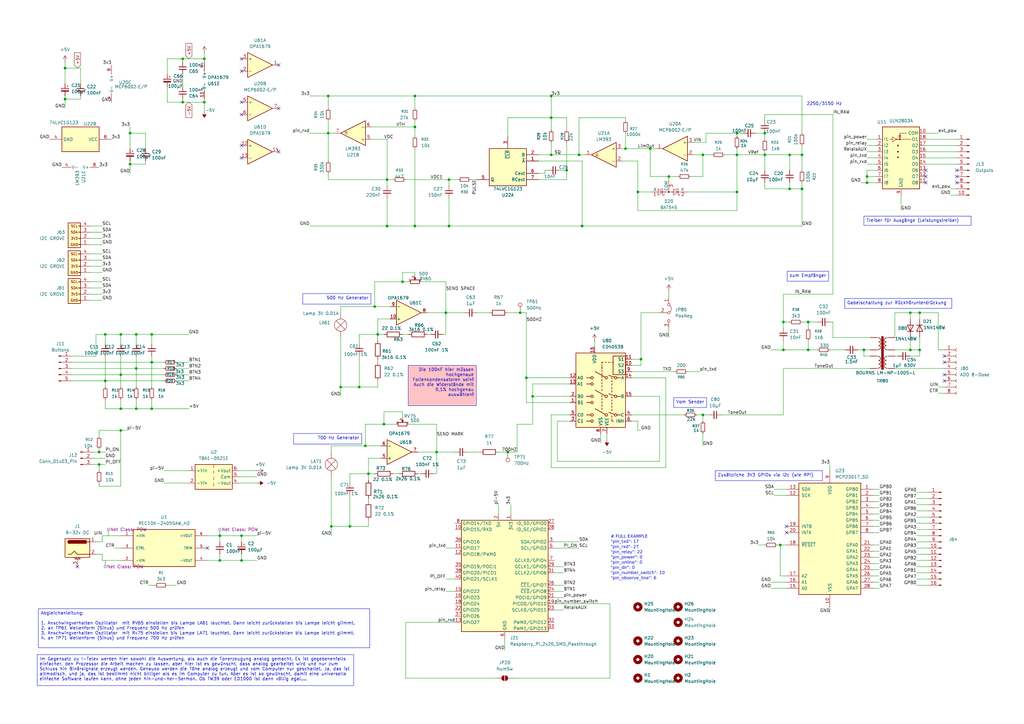
<source format=kicad_sch>
(kicad_sch (version 20250114) (generator "eeschema") (generator_version "9.0")
  (paper "A3")
  (title_block (title "PiSEU-A") (date "2026-02-09") (rev "4") (company "WolfHenk for I-Telex / PiTelex") (comment 1 "Raspberry -> SEU-A (Amt)"))
  (lib_symbols
    (symbol "74xGxx:74LVC1G123"
      (property "Reference" "U" (at -5.08 8.89 0))
      (property "Value" "74LVC1G123" (at 3.81 8.89 0))
      (symbol "74LVC1G123_1_1"
        (pin input line (at -12.7 5.08 0) (length 5.08) (name "RCext") (number "7"))
        (pin input line (at -12.7 2.54 0) (length 5.08) (name "Cext") (number "6"))
        (pin input line (at -12.7 -2.54 0) (length 5.08) (name "~{A}") (number "1"))
        (pin input line (at -12.7 -5.08 0) (length 5.08) (name "B") (number "2"))
        (pin input line (at 0 -12.7 90) (length 5.08) (name "~{CLR}") (number "3"))
        (pin output line (at 12.7 5.08 180) (length 5.08) (name "Q") (number "5"))
      )
      (symbol "74LVC1G123_2_1"
        (pin power_in line (at 0 12.7 270) (length 5.08) (name "VCC") (number "8"))
        (pin power_in line (at 0 -12.7 90) (length 5.08) (name "GND") (number "4"))
      )
    )
    (symbol "Amplifier_Operational:MCP6002-xP" (pin_names (offset 0.127))
      (property "Reference" "U" (at 0 5.08 0))
      (property "Value" "MCP6002-xP" (at 0 -5.08 0))
      (symbol "MCP6002-xP_1_1"
        (pin input line (at -7.62 2.54 0) (length 2.54) (name "+") (number "3"))
        (pin input line (at -7.62 -2.54 0) (length 2.54) (name "-") (number "2"))
        (pin output line (at 7.62 0 180) (length 2.54) (name "~") (number "1"))
      )
      (symbol "MCP6002-xP_2_1"
        (pin input line (at -7.62 2.54 0) (length 2.54) (name "+") (number "5"))
        (pin input line (at -7.62 -2.54 0) (length 2.54) (name "-") (number "6"))
        (pin output line (at 7.62 0 180) (length 2.54) (name "~") (number "7"))
      )
      (symbol "MCP6002-xP_3_1"
        (pin power_in line (at -2.54 7.62 270) (length 3.81) (name "V+") (number "8"))
        (pin power_in line (at -2.54 -7.62 90) (length 3.81) (name "V-") (number "4"))
      )
    )
    (symbol "Amplifier_Operational:OPA1679" (pin_names (offset 0.127))
      (property "Reference" "U" (at 0 5.08 0))
      (property "Value" "OPA1679" (at 0 -5.08 0))
      (symbol "OPA1679_1_1"
        (pin input line (at -7.62 2.54 0) (length 2.54) (name "+") (number "3"))
        (pin input line (at -7.62 -2.54 0) (length 2.54) (name "-") (number "2"))
        (pin output line (at 7.62 0 180) (length 2.54) (name "~") (number "1"))
      )
      (symbol "OPA1679_2_1"
        (pin input line (at -7.62 2.54 0) (length 2.54) (name "+") (number "5"))
        (pin input line (at -7.62 -2.54 0) (length 2.54) (name "-") (number "6"))
        (pin output line (at 7.62 0 180) (length 2.54) (name "~") (number "7"))
      )
      (symbol "OPA1679_3_1"
        (pin input line (at -7.62 2.54 0) (length 2.54) (name "+") (number "10"))
        (pin input line (at -7.62 -2.54 0) (length 2.54) (name "-") (number "9"))
        (pin output line (at 7.62 0 180) (length 2.54) (name "~") (number "8"))
      )
      (symbol "OPA1679_4_1"
        (pin input line (at -7.62 2.54 0) (length 2.54) (name "+") (number "12"))
        (pin input line (at -7.62 -2.54 0) (length 2.54) (name "-") (number "13"))
        (pin output line (at 7.62 0 180) (length 2.54) (name "~") (number "14"))
      )
      (symbol "OPA1679_5_1"
        (pin power_in line (at -2.54 7.62 270) (length 3.81) (name "V+") (number "4"))
        (pin power_in line (at -2.54 -7.62 90) (length 3.81) (name "V-") (number "11"))
      )
    )
    (symbol "Analog_Switch:CD4053B"
      (property "Reference" "U" (at -10.16 16.51 0))
      (property "Value" "CD4053B" (at 3.81 16.51 0))
      (symbol "CD4053B_1_1"
        (pin input line (at -12.7 12.7 0) (length 2.54) (name "S1") (number "11"))
        (pin input line (at -12.7 10.16 0) (length 2.54) (name "S2") (number "10"))
        (pin input line (at -12.7 7.62 0) (length 2.54) (name "S3") (number "9"))
        (pin bidirectional line (at -12.7 5.08 0) (length 2.54) (name "A") (number "14"))
        (pin bidirectional line (at -12.7 -2.54 0) (length 2.54) (name "B") (number "15"))
        (pin bidirectional line (at -12.7 -10.16 0) (length 2.54) (name "C") (number "4"))
        (pin input line (at -12.7 -12.7 0) (length 2.54) (name "INH") (number "6"))
        (pin power_in line (at -2.54 -17.78 90) (length 2.54) (name "VEE") (number "7"))
        (pin power_in line (at 0 -17.78 90) (length 2.54) (name "VSS") (number "8"))
        (pin power_in line (at 2.54 17.78 270) (length 2.54) (name "VDD") (number "16"))
        (pin bidirectional line (at 12.7 5.08 180) (length 2.54) (name "A0") (number "12"))
        (pin bidirectional line (at 12.7 2.54 180) (length 2.54) (name "A1") (number "13"))
        (pin bidirectional line (at 12.7 -2.54 180) (length 2.54) (name "B0") (number "2"))
        (pin bidirectional line (at 12.7 -5.08 180) (length 2.54) (name "B1") (number "1"))
        (pin bidirectional line (at 12.7 -10.16 180) (length 2.54) (name "C0") (number "5"))
        (pin bidirectional line (at 12.7 -12.7 180) (length 2.54) (name "C1") (number "3"))
      )
    )
    (symbol "Comparator:LMV393" (pin_names (offset 0.127))
      (property "Reference" "U" (at 3.81 3.81 0))
      (property "Value" "LMV393" (at 6.35 -3.81 0))
      (symbol "LMV393_1_1"
        (pin input line (at -7.62 2.54 0) (length 2.54) (name "+") (number "3"))
        (pin input line (at -7.62 -2.54 0) (length 2.54) (name "-") (number "2"))
        (pin open_collector line (at 7.62 0 180) (length 2.54) (name "~") (number "1"))
      )
      (symbol "LMV393_2_1"
        (pin input line (at -7.62 2.54 0) (length 2.54) (name "+") (number "5"))
        (pin input line (at -7.62 -2.54 0) (length 2.54) (name "-") (number "6"))
        (pin open_collector line (at 7.62 0 180) (length 2.54) (name "~") (number "7"))
      )
      (symbol "LMV393_3_1"
        (pin power_in line (at -2.54 7.62 270) (length 3.81) (name "V+") (number "8"))
        (pin power_in line (at -2.54 -7.62 90) (length 3.81) (name "V-") (number "4"))
      )
    )
    (symbol "Connector:Barrel_Jack_MountingPin" (pin_names (hide yes))
      (property "Reference" "J1" (at 0 8.89 0))
      (property "Value" "Barrel_Jack" (at 0 6.35 0))
      (symbol "Barrel_Jack_MountingPin_1_1"
        (text "Mounting" (at 0 -4.191 0) (effects (font (size 0.381 0.381))))
        (pin passive line (at 0 -7.62 90) (length 3.048) (name "MountPin") (number "3"))
        (pin passive line (at 7.62 2.54 180) (length 2.54) (name "~") (number "1"))
        (pin passive line (at 7.62 -2.54 180) (length 2.54) (name "~") (number "2"))
      )
    )
    (symbol "Connector:Conn_01x03_Pin" (pin_names (offset 1.016) (hide yes))
      (property "Reference" "J" (at 0 5.08 0))
      (property "Value" "Conn_01x03_Pin" (at 0 -5.08 0))
      (symbol "Conn_01x03_Pin_1_1"
        (pin passive line (at 5.08 2.54 180) (length 3.81) (name "Pin_1") (number "1"))
        (pin passive line (at 5.08 0 180) (length 3.81) (name "Pin_2") (number "2"))
        (pin passive line (at 5.08 -2.54 180) (length 3.81) (name "Pin_3") (number "3"))
      )
    )
    (symbol "Connector:Conn_01x05_Pin" (pin_names (offset 1.016) (hide yes))
      (property "Reference" "J" (at 0 7.62 0))
      (property "Value" "Conn_01x05_Pin" (at 0 -7.62 0))
      (symbol "Conn_01x05_Pin_1_1"
        (pin passive line (at 5.08 5.08 180) (length 3.81) (name "Pin_1") (number "1"))
        (pin passive line (at 5.08 2.54 180) (length 3.81) (name "Pin_2") (number "2"))
        (pin passive line (at 5.08 0 180) (length 3.81) (name "Pin_3") (number "3"))
        (pin passive line (at 5.08 -2.54 180) (length 3.81) (name "Pin_4") (number "4"))
        (pin passive line (at 5.08 -5.08 180) (length 3.81) (name "Pin_5") (number "5"))
      )
    )
    (symbol "Connector:Conn_01x08_Socket" (pin_names (offset 1.016) (hide yes))
      (property "Reference" "J" (at 0 10.16 0))
      (property "Value" "Conn_01x08_Socket" (at 0 -12.7 0))
      (symbol "Conn_01x08_Socket_1_1"
        (pin passive line (at -5.08 7.62 0) (length 3.81) (name "Pin_1") (number "1"))
        (pin passive line (at -5.08 5.08 0) (length 3.81) (name "Pin_2") (number "2"))
        (pin passive line (at -5.08 2.54 0) (length 3.81) (name "Pin_3") (number "3"))
        (pin passive line (at -5.08 0 0) (length 3.81) (name "Pin_4") (number "4"))
        (pin passive line (at -5.08 -2.54 0) (length 3.81) (name "Pin_5") (number "5"))
        (pin passive line (at -5.08 -5.08 0) (length 3.81) (name "Pin_6") (number "6"))
        (pin passive line (at -5.08 -7.62 0) (length 3.81) (name "Pin_7") (number "7"))
        (pin passive line (at -5.08 -10.16 0) (length 3.81) (name "Pin_8") (number "8"))
      )
    )
    (symbol "Connector:Conn_01x10_Pin" (pin_names (offset 1.016) (hide yes))
      (property "Reference" "J" (at 0 12.7 0))
      (property "Value" "Conn_01x10_Pin" (at 0 -15.24 0))
      (symbol "Conn_01x10_Pin_1_1"
        (pin passive line (at 5.08 10.16 180) (length 3.81) (name "Pin_1") (number "1"))
        (pin passive line (at 5.08 7.62 180) (length 3.81) (name "Pin_2") (number "2"))
        (pin passive line (at 5.08 5.08 180) (length 3.81) (name "Pin_3") (number "3"))
        (pin passive line (at 5.08 2.54 180) (length 3.81) (name "Pin_4") (number "4"))
        (pin passive line (at 5.08 0 180) (length 3.81) (name "Pin_5") (number "5"))
        (pin passive line (at 5.08 -2.54 180) (length 3.81) (name "Pin_6") (number "6"))
        (pin passive line (at 5.08 -5.08 180) (length 3.81) (name "Pin_7") (number "7"))
        (pin passive line (at 5.08 -7.62 180) (length 3.81) (name "Pin_8") (number "8"))
        (pin passive line (at 5.08 -10.16 180) (length 3.81) (name "Pin_9") (number "9"))
        (pin passive line (at 5.08 -12.7 180) (length 3.81) (name "Pin_10") (number "10"))
      )
    )
    (symbol "Connector:Conn_01x16_Pin" (pin_names (offset 1.016) (hide yes))
      (property "Reference" "J" (at 0 20.32 0))
      (property "Value" "Conn_01x16_Pin" (at 0 -22.86 0))
      (symbol "Conn_01x16_Pin_1_1"
        (pin passive line (at 5.08 17.78 180) (length 3.81) (name "Pin_1") (number "1"))
        (pin passive line (at 5.08 15.24 180) (length 3.81) (name "Pin_2") (number "2"))
        (pin passive line (at 5.08 12.7 180) (length 3.81) (name "Pin_3") (number "3"))
        (pin passive line (at 5.08 10.16 180) (length 3.81) (name "Pin_4") (number "4"))
        (pin passive line (at 5.08 7.62 180) (length 3.81) (name "Pin_5") (number "5"))
        (pin passive line (at 5.08 5.08 180) (length 3.81) (name "Pin_6") (number "6"))
        (pin passive line (at 5.08 2.54 180) (length 3.81) (name "Pin_7") (number "7"))
        (pin passive line (at 5.08 0 180) (length 3.81) (name "Pin_8") (number "8"))
        (pin passive line (at 5.08 -2.54 180) (length 3.81) (name "Pin_9") (number "9"))
        (pin passive line (at 5.08 -5.08 180) (length 3.81) (name "Pin_10") (number "10"))
        (pin passive line (at 5.08 -7.62 180) (length 3.81) (name "Pin_11") (number "11"))
        (pin passive line (at 5.08 -10.16 180) (length 3.81) (name "Pin_12") (number "12"))
        (pin passive line (at 5.08 -12.7 180) (length 3.81) (name "Pin_13") (number "13"))
        (pin passive line (at 5.08 -15.24 180) (length 3.81) (name "Pin_14") (number "14"))
        (pin passive line (at 5.08 -17.78 180) (length 3.81) (name "Pin_15") (number "15"))
        (pin passive line (at 5.08 -20.32 180) (length 3.81) (name "Pin_16") (number "16"))
      )
    )
    (symbol "Connector:TestPoint" (pin_numbers (hide yes)) (pin_names (offset 0.762) (hide yes))
      (property "Reference" "TP" (at 0 6.858 0))
      (property "Value" "TestPoint" (at 0 5.08 0))
      (symbol "TestPoint_1_1"
        (pin passive line (at 0 0 90) (length 2.54) (name "1") (number "1"))
      )
    )
    (symbol "Converter_DCDC:TBA1-0521E"
      (property "Reference" "U" (at -6.35 6.35 0))
      (property "Value" "TBA1-0521E" (at 2.54 6.35 0))
      (symbol "TBA1-0521E_1_1"
        (pin power_in line (at -10.16 2.54 0) (length 2.54) (name "+Vin") (number "1"))
        (pin power_in line (at -10.16 -2.54 0) (length 2.54) (name "-Vin") (number "2"))
        (pin power_out line (at 10.16 2.54 180) (length 2.54) (name "+Vout") (number "6"))
        (pin power_out line (at 10.16 0 180) (length 2.54) (name "Com") (number "5"))
        (pin power_out line (at 10.16 -2.54 180) (length 2.54) (name "-Vout") (number "4"))
      )
    )
    (symbol "Device:C_Polarized_Small" (pin_numbers (hide yes)) (pin_names (offset 0.254) (hide yes))
      (property "Reference" "C" (at 0.254 1.778 0))
      (property "Value" "C_Polarized_Small" (at 0.254 -2.032 0))
      (symbol "C_Polarized_Small_1_1"
        (pin passive line (at 0 2.54 270) (length 1.8542) (name "~") (number "1"))
        (pin passive line (at 0 -2.54 90) (length 1.8542) (name "~") (number "2"))
      )
    )
    (symbol "Device:C_Small" (pin_numbers (hide yes)) (pin_names (offset 0.254) (hide yes))
      (property "Reference" "C" (at 0.254 1.778 0))
      (property "Value" "C_Small" (at 0.254 -2.032 0))
      (symbol "C_Small_1_1"
        (pin passive line (at 0 2.54 270) (length 2.032) (name "~") (number "1"))
        (pin passive line (at 0 -2.54 90) (length 2.032) (name "~") (number "2"))
      )
    )
    (symbol "Device:Lamp" (pin_numbers (hide yes)) (pin_names (offset 0.0254) (hide yes))
      (property "Reference" "LA" (at 0.635 3.81 0))
      (property "Value" "Lamp" (at 0.635 -3.81 0))
      (symbol "Lamp_1_1"
        (pin passive line (at 0 5.08 270) (length 2.54) (name "+") (number "2"))
        (pin passive line (at 0 -5.08 90) (length 2.54) (name "-") (number "1"))
      )
    )
    (symbol "Device:R" (pin_numbers (hide yes)) (pin_names (offset 0))
      (property "Reference" "R" (at 2.032 0 90))
      (property "Value" "R" (at 0 0 90))
      (symbol "R_1_1"
        (pin passive line (at 0 3.81 270) (length 1.27) (name "~") (number "1"))
        (pin passive line (at 0 -3.81 90) (length 1.27) (name "~") (number "2"))
      )
    )
    (symbol "Device:R_Potentiometer_Small" (pin_names (offset 1.016) (hide yes))
      (property "Reference" "RV" (at -4.445 0 90))
      (property "Value" "R_Potentiometer_Small" (at -2.54 0 90))
      (symbol "R_Potentiometer_Small_1_1"
        (pin passive line (at 0 2.54 270) (length 0.635) (name "1") (number "1"))
        (pin passive line (at 0 -2.54 90) (length 0.635) (name "3") (number "3"))
        (pin passive line (at 2.54 0 180) (length 0.9906) (name "2") (number "2"))
      )
    )
    (symbol "Device:R_Small" (pin_numbers (hide yes)) (pin_names (offset 0.254) (hide yes))
      (property "Reference" "R" (at 0 0 90))
      (property "Value" "R_Small" (at 1.778 0 90))
      (symbol "R_Small_1_1"
        (pin passive line (at 0 2.54 270) (length 0.762) (name "~") (number "1"))
        (pin passive line (at 0 -2.54 90) (length 0.762) (name "~") (number "2"))
      )
    )
    (symbol "Diode:1N4148" (pin_numbers (hide yes)) (pin_names (hide yes))
      (property "Reference" "D" (at 0 2.54 0))
      (property "Value" "1N4148" (at 0 -2.54 0))
      (symbol "1N4148_1_1"
        (pin passive line (at -3.81 0 0) (length 2.54) (name "K") (number "1"))
        (pin passive line (at 3.81 0 180) (length 2.54) (name "A") (number "2"))
      )
    )
    (symbol "Diode:BAT54S" (pin_names (offset 0))
      (property "Reference" "D" (at 2.54 -5.08 0))
      (property "Value" "BAT54S" (at -6.35 3.175 0))
      (symbol "BAT54S_1_1"
        (pin passive line (at -7.62 0 0) (length 3.81) (name "A") (number "1"))
        (pin passive line (at 0 -5.08 90) (length 5.08) (name "COM") (number "3"))
        (pin passive line (at 7.62 0 180) (length 3.81) (name "K") (number "2"))
      )
    )
    (symbol "Interface_Expansion:MCP23017_SO" (pin_names (offset 1.016))
      (property "Reference" "U" (at -11.43 24.13 0))
      (property "Value" "MCP23017_SO" (at 0 0 0))
      (symbol "MCP23017_SO_1_1"
        (pin bidirectional line (at -17.78 20.32 0) (length 5.08) (name "SDA") (number "13"))
        (pin input line (at -17.78 17.78 0) (length 5.08) (name "SCK") (number "12"))
        (pin tri_state line (at -17.78 5.08 0) (length 5.08) (name "INTB") (number "19"))
        (pin tri_state line (at -17.78 2.54 0) (length 5.08) (name "INTA") (number "20"))
        (pin input line (at -17.78 -2.54 0) (length 5.08) (name "~{RESET}") (number "18"))
        (pin input line (at -17.78 -15.24 0) (length 5.08) (name "A2") (number "17"))
        (pin input line (at -17.78 -17.78 0) (length 5.08) (name "A1") (number "16"))
        (pin input line (at -17.78 -20.32 0) (length 5.08) (name "A0") (number "15"))
        (pin no_connect line (at -12.7 15.24 0) (length 5.08) (hide yes) (name "NC") (number "11"))
        (pin no_connect line (at -12.7 12.7 0) (length 5.08) (hide yes) (name "NC") (number "14"))
        (pin power_in line (at 0 27.94 270) (length 5.08) (name "VDD") (number "9"))
        (pin power_in line (at 0 -27.94 90) (length 5.08) (name "VSS") (number "10"))
        (pin bidirectional line (at 17.78 20.32 180) (length 5.08) (name "GPB0") (number "1"))
        (pin bidirectional line (at 17.78 17.78 180) (length 5.08) (name "GPB1") (number "2"))
        (pin bidirectional line (at 17.78 15.24 180) (length 5.08) (name "GPB2") (number "3"))
        (pin bidirectional line (at 17.78 12.7 180) (length 5.08) (name "GPB3") (number "4"))
        (pin bidirectional line (at 17.78 10.16 180) (length 5.08) (name "GPB4") (number "5"))
        (pin bidirectional line (at 17.78 7.62 180) (length 5.08) (name "GPB5") (number "6"))
        (pin bidirectional line (at 17.78 5.08 180) (length 5.08) (name "GPB6") (number "7"))
        (pin output line (at 17.78 2.54 180) (length 5.08) (name "GPB7") (number "8"))
        (pin bidirectional line (at 17.78 -2.54 180) (length 5.08) (name "GPA0") (number "21"))
        (pin bidirectional line (at 17.78 -5.08 180) (length 5.08) (name "GPA1") (number "22"))
        (pin bidirectional line (at 17.78 -7.62 180) (length 5.08) (name "GPA2") (number "23"))
        (pin bidirectional line (at 17.78 -10.16 180) (length 5.08) (name "GPA3") (number "24"))
        (pin bidirectional line (at 17.78 -12.7 180) (length 5.08) (name "GPA4") (number "25"))
        (pin bidirectional line (at 17.78 -15.24 180) (length 5.08) (name "GPA5") (number "26"))
        (pin bidirectional line (at 17.78 -17.78 180) (length 5.08) (name "GPA6") (number "27"))
        (pin output line (at 17.78 -20.32 180) (length 5.08) (name "GPA7") (number "28"))
      )
    )
    (symbol "Jumper:Jumper_3_Bridged12" (pin_names (offset 0) (hide yes)) (in_bom no)
      (property "Reference" "JP" (at -2.54 -2.54 0))
      (property "Value" "Jumper_3_Bridged12" (at 0 2.794 0))
      (symbol "Jumper_3_Bridged12_1_1"
        (pin passive line (at -6.35 0 0) (length 2.54) (name "A") (number "1"))
        (pin passive line (at 0 -3.81 90) (length 2.54) (name "C") (number "2"))
        (pin passive line (at 6.35 0 180) (length 2.54) (name "B") (number "3"))
      )
    )
    (symbol "Jumper:SolderJumper_2_Open" (pin_numbers (hide yes)) (pin_names (offset 0) (hide yes)) (in_bom no)
      (property "Reference" "JP" (at 0 2.032 0))
      (property "Value" "SolderJumper_2_Open" (at 0 -2.54 0))
      (symbol "SolderJumper_2_Open_1_1"
        (pin passive line (at -3.81 0 0) (length 2.54) (name "A") (number "1"))
        (pin passive line (at 3.81 0 180) (length 2.54) (name "B") (number "2"))
      )
    )
    (symbol "Mechanical:MountingHole" (pin_names (offset 1.016)) (in_bom no)
      (property "Reference" "H" (at 0 5.08 0))
      (property "Value" "MountingHole" (at 0 3.175 0))
    )
    (symbol "PCM_SparkFun-Connector:I2CStandard_1x04_P2.54mm" (pin_names (offset 1.016) (hide yes))
      (property "Reference" "J" (at 0 5.08 0))
      (property "Value" "I2C" (at 0 -7.62 0))
      (symbol "I2CStandard_1x04_P2.54mm_1_1"
        (text "SCL" (at 1.27 2.54 0) (effects (font (size 1 1))))
        (text "SDA" (at 1.27 0 0) (effects (font (size 1 1))))
        (text "3V3" (at 1.27 -2.54 0) (effects (font (size 1 1))))
        (text "GND" (at 1.27 -5.08 0) (effects (font (size 1 1))))
        (pin passive line (at -5.08 2.54 0) (length 3.81) (name "Pin_4") (number "4"))
        (pin passive line (at -5.08 0 0) (length 3.81) (name "Pin_3") (number "3"))
        (pin passive line (at -5.08 -2.54 0) (length 3.81) (name "Pin_2") (number "2"))
        (pin passive line (at -5.08 -5.08 0) (length 3.81) (name "Pin_1") (number "1"))
      )
    )
    (symbol "PCM_SparkFun-Connector:Raspberry_Pi_2x20_PTH_SMD_Pass_Through_Bottom_Mount"
      (property "Reference" "J" (at -17.78 25.4 0))
      (property "Value" "Raspberry_Pi_2x20_SMD_Passthrough" (at 5.08 -22.86 0))
      (symbol "Raspberry_Pi_2x20_PTH_SMD_Pass_Through_Bottom_Mount_1_1"
        (pin bidirectional line (at -20.32 22.86 0) (length 2.54) (name "GPIO14/TXD") (number "8"))
        (pin bidirectional line (at -20.32 20.32 0) (length 2.54) (name "GPIO15/RXD") (number "10"))
        (pin bidirectional line (at -20.32 15.24 0) (length 2.54) (name "GPIO16") (number "36"))
        (pin bidirectional line (at -20.32 12.7 0) (length 2.54) (name "GPIO17") (number "11"))
        (pin bidirectional line (at -20.32 10.16 0) (length 2.54) (name "GPIO18/PWM0") (number "12"))
        (pin bidirectional line (at -20.32 5.08 0) (length 2.54) (name "GPIO19/POCI1") (number "35"))
        (pin bidirectional line (at -20.32 2.54 0) (length 2.54) (name "GPIO20/PICO1") (number "38"))
        (pin bidirectional line (at -20.32 0 0) (length 2.54) (name "GPIO21/SCLK1") (number "40"))
        (pin bidirectional line (at -20.32 -5.08 0) (length 2.54) (name "GPIO22") (number "15"))
        (pin bidirectional line (at -20.32 -7.62 0) (length 2.54) (name "GPIO23") (number "16"))
        (pin bidirectional line (at -20.32 -10.16 0) (length 2.54) (name "GPIO24") (number "18"))
        (pin bidirectional line (at -20.32 -12.7 0) (length 2.54) (name "GPIO25") (number "22"))
        (pin bidirectional line (at -20.32 -15.24 0) (length 2.54) (name "GPIO26") (number "37"))
        (pin bidirectional line (at -20.32 -17.78 0) (length 2.54) (name "GPIO27") (number "13"))
        (pin power_in line (at -2.54 26.67 270) (length 2.54) (name "5V") (number "2"))
        (pin passive line (at -2.54 26.67 270) (length 2.54) (hide yes) (name "5V") (number "4"))
        (pin passive line (at 0 -24.13 90) (length 2.54) (hide yes) (name "GND") (number "14"))
        (pin passive line (at 0 -24.13 90) (length 2.54) (hide yes) (name "GND") (number "20"))
        (pin passive line (at 0 -24.13 90) (length 2.54) (hide yes) (name "GND") (number "25"))
        (pin passive line (at 0 -24.13 90) (length 2.54) (hide yes) (name "GND") (number "30"))
        (pin passive line (at 0 -24.13 90) (length 2.54) (hide yes) (name "GND") (number "34"))
        (pin passive line (at 0 -24.13 90) (length 2.54) (hide yes) (name "GND") (number "39"))
        (pin power_in line (at 0 -24.13 90) (length 2.54) (name "GND") (number "6"))
        (pin passive line (at 0 -24.13 90) (length 2.54) (hide yes) (name "GND") (number "9"))
        (pin power_in line (at 2.54 26.67 270) (length 2.54) (name "3V3") (number "1"))
        (pin passive line (at 2.54 26.67 270) (length 2.54) (hide yes) (name "3V3") (number "17"))
        (pin bidirectional line (at 20.32 22.86 180) (length 2.54) (name "ID_SD/GPIO0") (number "27"))
        (pin bidirectional line (at 20.32 20.32 180) (length 2.54) (name "ID_SC/GPIO1") (number "28"))
        (pin bidirectional line (at 20.32 15.24 180) (length 2.54) (name "SDA/GPIO2") (number "3"))
        (pin bidirectional line (at 20.32 12.7 180) (length 2.54) (name "SCL/GPIO3") (number "5"))
        (pin bidirectional line (at 20.32 7.62 180) (length 2.54) (name "GCLK0/GPIO4") (number "7"))
        (pin bidirectional line (at 20.32 5.08 180) (length 2.54) (name "GCLK1/GPIO5") (number "29"))
        (pin bidirectional line (at 20.32 2.54 180) (length 2.54) (name "GCLK2/GPIO6") (number "31"))
        (pin bidirectional line (at 20.32 -2.54 180) (length 2.54) (name "~{CE1}/GPIO7") (number "26"))
        (pin bidirectional line (at 20.32 -5.08 180) (length 2.54) (name "~{CE0}/GPIO8") (number "24"))
        (pin bidirectional line (at 20.32 -7.62 180) (length 2.54) (name "POCI0/GPIO9") (number "21"))
        (pin bidirectional line (at 20.32 -10.16 180) (length 2.54) (name "PICO0/GPIO10") (number "19"))
        (pin bidirectional line (at 20.32 -12.7 180) (length 2.54) (name "SCLK0/GPIO11") (number "23"))
        (pin bidirectional line (at 20.32 -17.78 180) (length 2.54) (name "PWM0/GPIO12") (number "32"))
        (pin bidirectional line (at 20.32 -20.32 180) (length 2.54) (name "PWM1/GPIO13") (number "33"))
      )
    )
    (symbol "REC10K-2405SAW_H2:REC10K-2405SAW_H2" (pin_names (offset 1.016))
      (property "Reference" "PS" (at -12.7 8.382 0))
      (property "Value" "REC10K-2405SAW_H2" (at -12.7 -10.16 0))
      (symbol "REC10K-2405SAW_H2_0_0"
        (pin input line (at -17.78 5.08 0) (length 5.08) (name "+VIN") (number "1"))
        (pin input line (at -17.78 0 0) (length 5.08) (name "CTRL") (number "3"))
        (pin input line (at -17.78 -5.08 0) (length 5.08) (name "-VIN") (number "2"))
        (pin output line (at 17.78 5.08 180) (length 5.08) (name "+VOUT") (number "6"))
        (pin passive line (at 17.78 0 180) (length 5.08) (name "TRIM") (number "5"))
        (pin output line (at 17.78 -5.08 180) (length 5.08) (name "-VOUT") (number "4"))
      )
    )
    (symbol "Transformer:TRANSF6" (pin_numbers (hide yes)) (pin_names (offset 0))
      (property "Reference" "TR" (at 0 10.16 0))
      (property "Value" "TRANSF6" (at 0 -7.62 0))
      (symbol "TRANSF6_1_1"
        (pin passive line (at -5.08 7.62 0) (length 2.54) (name "~") (number "1"))
        (pin passive line (at -5.08 2.54 0) (length 2.54) (name "~") (number "2"))
        (pin passive line (at -5.08 0 0) (length 2.54) (name "~") (number "3"))
        (pin passive line (at -5.08 -5.08 0) (length 2.54) (name "~") (number "4"))
        (pin passive line (at 5.08 7.62 180) (length 2.54) (name "~") (number "8"))
        (pin passive line (at 5.08 2.54 180) (length 2.54) (name "~") (number "7"))
        (pin passive line (at 5.08 0 180) (length 2.54) (name "~") (number "6"))
        (pin passive line (at 5.08 -5.08 180) (length 2.54) (name "~") (number "5"))
      )
    )
    (symbol "Transistor_Array:ULN2803A"
      (property "Reference" "U" (at 0 13.335 0))
      (property "Value" "ULN2803A" (at 0 11.43 0))
      (symbol "ULN2803A_1_1"
        (pin input line (at -10.16 5.08 0) (length 2.54) (name "I1") (number "1"))
        (pin input line (at -10.16 2.54 0) (length 2.54) (name "I2") (number "2"))
        (pin input line (at -10.16 0 0) (length 2.54) (name "I3") (number "3"))
        (pin input line (at -10.16 -2.54 0) (length 2.54) (name "I4") (number "4"))
        (pin input line (at -10.16 -5.08 0) (length 2.54) (name "I5") (number "5"))
        (pin input line (at -10.16 -7.62 0) (length 2.54) (name "I6") (number "6"))
        (pin input line (at -10.16 -10.16 0) (length 2.54) (name "I7") (number "7"))
        (pin input line (at -10.16 -12.7 0) (length 2.54) (name "I8") (number "8"))
        (pin power_in line (at 0 -17.78 90) (length 2.54) (name "GND") (number "9"))
        (pin passive line (at 10.16 7.62 180) (length 2.54) (name "COM") (number "10"))
        (pin open_collector line (at 10.16 5.08 180) (length 2.54) (name "O1") (number "18"))
        (pin open_collector line (at 10.16 2.54 180) (length 2.54) (name "O2") (number "17"))
        (pin open_collector line (at 10.16 0 180) (length 2.54) (name "O3") (number "16"))
        (pin open_collector line (at 10.16 -2.54 180) (length 2.54) (name "O4") (number "15"))
        (pin open_collector line (at 10.16 -5.08 180) (length 2.54) (name "O5") (number "14"))
        (pin open_collector line (at 10.16 -7.62 180) (length 2.54) (name "O6") (number "13"))
        (pin open_collector line (at 10.16 -10.16 180) (length 2.54) (name "O7") (number "12"))
        (pin open_collector line (at 10.16 -12.7 180) (length 2.54) (name "O8") (number "11"))
      )
    )
    (symbol "power:+5V" (power) (pin_numbers (hide yes)) (pin_names (offset 0) (hide yes))
      (property "Value" "+5V" (at 0 3.556 0))
      (symbol "+5V_1_1"
        (pin power_in line (at 0 0 90) (length 0) (name "~") (number "1"))
      )
    )
    (symbol "power:-5V" (power) (pin_numbers (hide yes)) (pin_names (offset 0) (hide yes))
      (property "Value" "-5V" (at 0 3.556 0))
      (symbol "-5V_0_0"
        (pin power_in line (at 0 0 90) (length 0) (name "~") (number "1"))
      )
    )
  )
  (text "# FULL EXAMPLE\n\"pin_txd\": 17\n\"pin_rxd\": 27\n\"pin_relay\": 22\n\"pin_power\": 0\n\"pin_online\": 0\n\"pin_dir\": 0\n\"pin_number_switch\": 10\n\"pin_observe_line\": 6" (at 250.444 229.108 0) (effects (font (size 1.27 1.27)) (justify left)))
  (text "2250/3150 Hz\n" (at 338.074 42.672 0) (effects (font (size 1.27 1.27))))
  (text_box "Zusätzliche 3V3 GPIOs via i2c (wie RPi)\n\n" (at 293.37 193.04 0) (size 43.942 4.064) (margins 0.9525 0.9525 0.9525 0.9525) (effects (font (size 1.27 1.27)) (justify left top)))
  (text_box "Die 100nF hier müssen hochgenaue Folienkondensatoren sein! Auch die Widerstände mit 0,1% hochgenau auswählen!\n\n" (at 167.386 149.86 0) (size 27.94 16.51) (margins 0.9525 0.9525 0.9525 0.9525) (fill (type color) (color 255 195 197 1)) (effects (font (size 1.27 1.27)) (justify right top)))
  (text_box "500 Hz Generator" (at 124.206 120.396 0) (size 27.94 4.318) (margins 0.9525 0.9525 0.9525 0.9525) (effects (font (size 1.27 1.27)) (justify right top)))
  (text_box "Im Gegensatz zu I-Telex werden hier sowohl die Auswertung, als auch die Tonerzeugung analog gemacht. Es ist gegebenenfalls einfacher, den Prozessor die Arbeit machen zu lassen, aber hier ist es gewünscht, dass analog gearbeitet wird und nur zum Schluss hin Binärsignale erzeugt werden. Genauso werden die Töne analog erzeugt und vom Computer nur geschaltet. Ja, das ist altmodisch, und ja, das ist bestimmt nicht billiger als es im Computer zu tun. Aber es ist so gewünscht, damit eine universelle einfache Software laufen kann, ohne jeden hin-und-her-Sermon. Ob TW39 oder ED1000 ist dann völlig egal...." (at 15.24 268.478 0) (size 129.794 12.7) (margins 0.9525 0.9525 0.9525 0.9525) (effects (font (size 1.27 1.27)) (justify left top)))
  (text_box "Vom Sender" (at 276.352 163.068 0) (size 13.462 4.064) (margins 0.9525 0.9525 0.9525 0.9525) (effects (font (size 1.27 1.27)) (justify left top)))
  (text_box "zum Empfänger" (at 322.834 111.252 0) (size 17.018 4.064) (margins 0.9525 0.9525 0.9525 0.9525) (effects (font (size 1.27 1.27)) (justify left top)))
  (text_box "Abgleichanleitung:\n\n1. Anschwingverhalten Oszillator  mit RV65 einstellen bis Lampe LA61 leuchtet. Dann leicht zurückstellen bis Lampe leicht glimmt.\n2. an TP61 Wellenform (Sinus) und Frequenz 500 Hz prüfen\n3. Anschwingverhalten Oszillator  mit Rv75 einstellen bis Lampe LA71 leuchtet. Dann leicht zurückstellen bis Lampe leicht glimmt.\n4. an TP71 Wellenform (Sinus) und Frequenz 700 Hz prüfen" (at 15.748 249.682 0) (size 135.89 16.002) (margins 0.9525 0.9525 0.9525 0.9525) (effects (font (size 1.27 1.27)) (justify left top)))
  (text_box "Treiber für Ausgänge (Leistungstreiber)" (at 354.33 88.646 0) (size 43.942 3.81) (margins 0.9525 0.9525 0.9525 0.9525) (effects (font (size 1.27 1.27)) (justify left top)))
  (text_box "Gabelschaltung zur Rückhörunterdrückung" (at 346.456 122.428 0) (size 43.942 4.064) (margins 0.9525 0.9525 0.9525 0.9525) (effects (font (size 1.27 1.27)) (justify left top)))
  (text_box "700 Hz Generator" (at 148.336 177.8 0) (size -27.94 4.318) (margins 0.9525 0.9525 0.9525 0.9525) (effects (font (size 1.27 1.27)) (justify right top)))
  (junction (at 170.18 52.07))
  (junction (at 43.18 156.21))
  (junction (at 83.82 41.91))
  (junction (at 377.19 128.27))
  (junction (at 182.88 128.27))
  (junction (at 151.13 194.31))
  (junction (at 355.6 72.39))
  (junction (at 55.88 137.16))
  (junction (at 143.51 215.9))
  (junction (at 238.76 92.71))
  (junction (at 288.29 63.5))
  (junction (at 184.15 92.71))
  (junction (at 313.69 63.5))
  (junction (at 331.47 143.51))
  (junction (at 215.9 154.94))
  (junction (at 154.94 137.16))
  (junction (at 226.06 39.37))
  (junction (at 237.49 63.5))
  (junction (at 320.04 223.52))
  (junction (at 49.53 176.53))
  (junction (at 218.44 162.56))
  (junction (at 62.23 167.64))
  (junction (at 40.64 190.5))
  (junction (at 184.15 73.66))
  (junction (at 49.53 137.16))
  (junction (at 170.18 92.71))
  (junction (at 313.69 54.61))
  (junction (at 323.85 63.5))
  (junction (at 53.34 67.31))
  (junction (at 43.18 137.16))
  (junction (at 261.62 78.74))
  (junction (at 139.7 158.75))
  (junction (at 331.47 132.08))
  (junction (at 158.75 73.66))
  (junction (at 179.07 185.42))
  (junction (at 373.38 143.51))
  (junction (at 134.62 39.37))
  (junction (at 149.86 182.88))
  (junction (at 90.17 229.87))
  (junction (at 55.88 167.64))
  (junction (at 302.26 54.61))
  (junction (at 26.67 40.64))
  (junction (at 232.41 69.85))
  (junction (at 99.06 229.87))
  (junction (at 99.06 219.71))
  (junction (at 55.88 151.13))
  (junction (at 262.89 147.32))
  (junction (at 153.67 125.73))
  (junction (at 302.26 78.74))
  (junction (at 90.17 219.71))
  (junction (at 26.67 27.94))
  (junction (at 266.7 60.96))
  (junction (at 321.31 132.08))
  (junction (at 62.23 148.59))
  (junction (at 158.75 92.71))
  (junction (at 288.29 170.18))
  (junction (at 147.32 158.75))
  (junction (at 53.34 54.61))
  (junction (at 377.19 143.51))
  (junction (at 49.53 167.64))
  (junction (at 354.33 143.51))
  (junction (at 62.23 137.16))
  (junction (at 328.93 77.47))
  (junction (at 208.28 185.42))
  (junction (at 328.93 63.5))
  (junction (at 165.1 115.57))
  (junction (at 321.31 143.51))
  (junction (at 83.82 24.13))
  (junction (at 74.93 24.13))
  (junction (at 323.85 77.47))
  (junction (at 302.26 63.5))
  (junction (at 74.93 41.91))
  (junction (at 157.48 173.99))
  (junction (at 49.53 153.67))
  (junction (at 134.62 54.61))
  (junction (at 226.06 48.26))
  (junction (at 226.06 63.5))
  (junction (at 40.64 185.42))
  (junction (at 135.89 215.9))
  (junction (at 213.36 128.27))
  (junction (at 256.54 60.96))
  (junction (at 373.38 128.27))
  (junction (at 355.6 74.93))
  (junction (at 274.32 72.39))
  (junction (at 170.18 39.37))
  (no_connect (at 322.58 215.9))
  (no_connect (at 379.73 72.39))
  (no_connect (at 379.73 74.93))
  (no_connect (at 322.58 218.44))
  (no_connect (at 85.09 224.79))
  (no_connect (at 99.06 24.13))
  (no_connect (at 387.35 156.21))
  (no_connect (at 99.06 41.91))
  (no_connect (at 387.35 146.05))
  (no_connect (at 379.73 69.85))
  (no_connect (at 387.35 153.67))
  (no_connect (at 114.3 44.45))
  (no_connect (at 387.35 148.59))
  (no_connect (at 114.3 26.67))
  (no_connect (at 99.06 64.77))
  (no_connect (at 392.43 74.93))
  (no_connect (at 392.43 72.39))
  (no_connect (at 392.43 69.85))
  (no_connect (at 99.06 59.69))
  (no_connect (at 31.75 232.41))
  (no_connect (at 99.06 29.21))
  (no_connect (at 114.3 62.23))
  (no_connect (at 99.06 46.99))
  (wire (pts (xy 261.62 176.53) (xy 262.89 176.53)))
  (wire (pts (xy 36.83 97.79) (xy 41.91 97.79)))
  (wire (pts (xy 181.61 137.16) (xy 182.88 137.16)))
  (wire (pts (xy 203.2 278.13) (xy 166.37 278.13)))
  (wire (pts (xy 40.64 179.07) (xy 40.64 176.53)))
  (wire (pts (xy 49.53 167.64) (xy 49.53 163.83)))
  (wire (pts (xy 223.52 69.85) (xy 224.79 69.85)))
  (wire (pts (xy 85.09 219.71) (xy 90.17 219.71)))
  (wire (pts (xy 323.85 74.93) (xy 323.85 77.47)))
  (wire (pts (xy 377.19 130.81) (xy 377.19 128.27)))
  (wire (pts (xy 229.87 69.85) (xy 232.41 69.85)))
  (wire (pts (xy 381 204.47) (xy 375.92 204.47)))
  (wire (pts (xy 313.69 77.47) (xy 323.85 77.47)))
  (wire (pts (xy 72.39 153.67) (xy 77.47 153.67)))
  (wire (pts (xy 259.08 170.18) (xy 280.67 170.18)))
  (wire (pts (xy 99.06 227.33) (xy 99.06 229.87)))
  (wire (pts (xy 262.89 128.27) (xy 262.89 147.32)))
  (wire (pts (xy 38.1 185.42) (xy 40.64 185.42)))
  (wire (pts (xy 179.07 194.31) (xy 179.07 185.42)))
  (wire (pts (xy 83.82 21.59) (xy 83.82 24.13)))
  (wire (pts (xy 179.07 173.99) (xy 179.07 185.42)))
  (wire (pts (xy 238.76 92.71) (xy 184.15 92.71)))
  (wire (pts (xy 68.58 30.48) (xy 68.58 24.13)))
  (wire (pts (xy 190.5 128.27) (xy 182.88 128.27)))
  (wire (pts (xy 316.23 238.76) (xy 322.58 238.76)))
  (wire (pts (xy 83.82 41.91) (xy 83.82 40.64)))
  (wire (pts (xy 360.68 231.14) (xy 358.14 231.14)))
  (wire (pts (xy 381 217.17) (xy 375.92 217.17)))
  (wire (pts (xy 127 92.71) (xy 158.75 92.71)))
  (wire (pts (xy 341.63 132.08) (xy 341.63 138.43)))
  (wire (pts (xy 36.83 118.11) (xy 41.91 118.11)))
  (wire (pts (xy 232.41 48.26) (xy 232.41 53.34)))
  (wire (pts (xy 328.93 74.93) (xy 328.93 77.47)))
  (wire (pts (xy 72.39 240.03) (xy 68.58 240.03)))
  (wire (pts (xy 170.18 52.07) (xy 152.4 52.07)))
  (wire (pts (xy 77.47 167.64) (xy 62.23 167.64)))
  (wire (pts (xy 213.36 128.27) (xy 215.9 128.27)))
  (wire (pts (xy 165.1 137.16) (xy 167.64 137.16)))
  (wire (pts (xy 184.15 81.28) (xy 184.15 92.71)))
  (wire (pts (xy 274.32 134.62) (xy 274.32 138.43)))
  (wire (pts (xy 355.6 67.31) (xy 359.41 67.31)))
  (wire (pts (xy 243.84 142.24) (xy 243.84 139.7)))
  (wire (pts (xy 384.81 158.75) (xy 387.35 158.75)))
  (wire (pts (xy 40.64 199.39) (xy 49.53 199.39)))
  (wire (pts (xy 171.45 194.31) (xy 172.72 194.31)))
  (wire (pts (xy 36.83 120.65) (xy 41.91 120.65)))
  (wire (pts (xy 49.53 153.67) (xy 67.31 153.67)))
  (wire (pts (xy 369.57 80.01) (xy 369.57 86.36)))
  (wire (pts (xy 220.98 71.12) (xy 223.52 71.12)))
  (wire (pts (xy 233.68 170.18) (xy 226.06 170.18)))
  (wire (pts (xy 215.9 165.1) (xy 233.68 165.1)))
  (wire (pts (xy 99.06 229.87) (xy 105.41 229.87)))
  (wire (pts (xy 384.81 143.51) (xy 387.35 143.51)))
  (wire (pts (xy 68.58 24.13) (xy 74.93 24.13)))
  (wire (pts (xy 154.94 130.81) (xy 154.94 137.16)))
  (wire (pts (xy 212.09 173.99) (xy 218.44 173.99)))
  (wire (pts (xy 316.23 143.51) (xy 321.31 143.51)))
  (wire (pts (xy 377.19 143.51) (xy 373.38 143.51)))
  (wire (pts (xy 302.26 54.61) (xy 304.8 54.61)))
  (wire (pts (xy 147.32 137.16) (xy 154.94 137.16)))
  (wire (pts (xy 360.68 208.28) (xy 358.14 208.28)))
  (wire (pts (xy 266.7 60.96) (xy 269.24 60.96)))
  (wire (pts (xy 331.47 132.08) (xy 331.47 134.62)))
  (wire (pts (xy 359.41 69.85) (xy 355.6 69.85)))
  (wire (pts (xy 55.88 158.75) (xy 55.88 151.13)))
  (wire (pts (xy 328.93 132.08) (xy 331.47 132.08)))
  (wire (pts (xy 321.31 132.08) (xy 321.31 134.62)))
  (wire (pts (xy 161.29 194.31) (xy 163.83 194.31)))
  (wire (pts (xy 377.19 146.05) (xy 377.19 143.51)))
  (wire (pts (xy 354.33 146.05) (xy 356.87 146.05)))
  (wire (pts (xy 83.82 45.72) (xy 83.82 41.91)))
  (wire (pts (xy 261.62 176.53) (xy 261.62 172.72)))
  (wire (pts (xy 316.23 241.3) (xy 322.58 241.3)))
  (wire (pts (xy 177.8 194.31) (xy 179.07 194.31)))
  (wire (pts (xy 160.02 130.81) (xy 154.94 130.81)))
  (wire (pts (xy 55.88 140.97) (xy 55.88 137.16)))
  (wire (pts (xy 259.08 152.4) (xy 276.86 152.4)))
  (wire (pts (xy 154.94 137.16) (xy 154.94 139.7)))
  (wire (pts (xy 262.89 149.86) (xy 262.89 147.32)))
  (wire (pts (xy 379.73 67.31) (xy 392.43 67.31)))
  (wire (pts (xy 323.85 77.47) (xy 328.93 77.47)))
  (wire (pts (xy 328.93 77.47) (xy 328.93 92.71)))
  (wire (pts (xy 226.06 48.26) (xy 226.06 53.34)))
  (wire (pts (xy 184.15 73.66) (xy 187.96 73.66)))
  (wire (pts (xy 313.69 69.85) (xy 313.69 63.5)))
  (wire (pts (xy 238.76 66.04) (xy 238.76 92.71)))
  (wire (pts (xy 62.23 148.59) (xy 67.31 148.59)))
  (wire (pts (xy 55.88 137.16) (xy 62.23 137.16)))
  (wire (pts (xy 250.19 247.65) (xy 250.19 278.13)))
  (wire (pts (xy 36.83 104.14) (xy 41.91 104.14)))
  (wire (pts (xy 281.94 78.74) (xy 302.26 78.74)))
  (wire (pts (xy 288.29 170.18) (xy 290.83 170.18)))
  (wire (pts (xy 97.79 198.12) (xy 105.41 198.12)))
  (wire (pts (xy 360.68 215.9) (xy 358.14 215.9)))
  (wire (pts (xy 68.58 41.91) (xy 74.93 41.91)))
  (wire (pts (xy 134.62 71.12) (xy 134.62 73.66)))
  (wire (pts (xy 40.64 185.42) (xy 43.18 185.42)))
  (wire (pts (xy 186.69 185.42) (xy 179.07 185.42)))
  (wire (pts (xy 381 214.63) (xy 375.92 214.63)))
  (wire (pts (xy 373.38 128.27) (xy 373.38 130.81)))
  (wire (pts (xy 151.13 204.47) (xy 151.13 205.74)))
  (wire (pts (xy 53.34 67.31) (xy 53.34 71.12)))
  (wire (pts (xy 340.36 248.92) (xy 340.36 251.46)))
  (wire (pts (xy 367.03 138.43) (xy 367.03 128.27)))
  (wire (pts (xy 53.34 67.31) (xy 53.34 66.04)))
  (wire (pts (xy 62.23 137.16) (xy 77.47 137.16)))
  (wire (pts (xy 53.34 67.31) (xy 59.69 67.31)))
  (wire (pts (xy 49.53 199.39) (xy 49.53 176.53)))
  (wire (pts (xy 43.18 156.21) (xy 29.21 156.21)))
  (wire (pts (xy 360.68 226.06) (xy 358.14 226.06)))
  (wire (pts (xy 170.18 52.07) (xy 170.18 55.88)))
  (wire (pts (xy 240.03 63.5) (xy 237.49 63.5)))
  (wire (pts (xy 381 209.55) (xy 375.92 209.55)))
  (wire (pts (xy 292.1 63.5) (xy 288.29 63.5)))
  (wire (pts (xy 360.68 205.74) (xy 358.14 205.74)))
  (wire (pts (xy 158.75 92.71) (xy 170.18 92.71)))
  (wire (pts (xy 134.62 39.37) (xy 170.18 39.37)))
  (wire (pts (xy 309.88 54.61) (xy 313.69 54.61)))
  (wire (pts (xy 158.75 57.15) (xy 158.75 73.66)))
  (wire (pts (xy 323.85 63.5) (xy 328.93 63.5)))
  (wire (pts (xy 226.06 170.18) (xy 226.06 191.77)))
  (wire (pts (xy 384.81 143.51) (xy 384.81 128.27)))
  (wire (pts (xy 237.49 48.26) (xy 237.49 63.5)))
  (wire (pts (xy 29.21 153.67) (xy 49.53 153.67)))
  (wire (pts (xy 381 227.33) (xy 375.92 227.33)))
  (wire (pts (xy 261.62 172.72) (xy 259.08 172.72)))
  (wire (pts (xy 55.88 167.64) (xy 55.88 163.83)))
  (wire (pts (xy 55.88 167.64) (xy 49.53 167.64)))
  (wire (pts (xy 40.64 198.12) (xy 40.64 199.39)))
  (wire (pts (xy 328.93 39.37) (xy 328.93 54.61)))
  (wire (pts (xy 256.54 54.61) (xy 256.54 60.96)))
  (wire (pts (xy 172.72 115.57) (xy 182.88 115.57)))
  (wire (pts (xy 90.17 229.87) (xy 99.06 229.87)))
  (wire (pts (xy 49.53 167.64) (xy 43.18 167.64)))
  (wire (pts (xy 97.79 195.58) (xy 105.41 195.58)))
  (wire (pts (xy 341.63 132.08) (xy 340.36 132.08)))
  (wire (pts (xy 39.37 222.25) (xy 41.91 222.25)))
  (wire (pts (xy 379.73 59.69) (xy 392.43 59.69)))
  (wire (pts (xy 49.53 229.87) (xy 41.91 229.87)))
  (wire (pts (xy 360.68 218.44) (xy 358.14 218.44)))
  (wire (pts (xy 153.67 115.57) (xy 153.67 125.73)))
  (wire (pts (xy 182.88 137.16) (xy 182.88 128.27)))
  (wire (pts (xy 135.89 195.58) (xy 135.89 215.9)))
  (wire (pts (xy 36.83 123.19) (xy 41.91 123.19)))
  (wire (pts (xy 360.68 223.52) (xy 358.14 223.52)))
  (wire (pts (xy 340.36 143.51) (xy 346.71 143.51)))
  (wire (pts (xy 359.41 64.77) (xy 355.6 64.77)))
  (wire (pts (xy 255.27 60.96) (xy 256.54 60.96)))
  (wire (pts (xy 381 237.49) (xy 375.92 237.49)))
  (wire (pts (xy 232.41 73.66) (xy 220.98 73.66)))
  (wire (pts (xy 261.62 78.74) (xy 261.62 86.36)))
  (wire (pts (xy 226.06 63.5) (xy 220.98 63.5)))
  (wire (pts (xy 367.03 128.27) (xy 373.38 128.27)))
  (wire (pts (xy 33.02 40.64) (xy 33.02 39.37)))
  (wire (pts (xy 215.9 154.94) (xy 233.68 154.94)))
  (wire (pts (xy 228.6 189.23) (xy 270.51 189.23)))
  (wire (pts (xy 379.73 62.23) (xy 392.43 62.23)))
  (wire (pts (xy 266.7 60.96) (xy 266.7 72.39)))
  (wire (pts (xy 36.83 95.25) (xy 41.91 95.25)))
  (wire (pts (xy 40.64 176.53) (xy 49.53 176.53)))
  (wire (pts (xy 355.6 62.23) (xy 359.41 62.23)))
  (wire (pts (xy 49.53 176.53) (xy 52.07 176.53)))
  (wire (pts (xy 72.39 151.13) (xy 77.47 151.13)))
  (wire (pts (xy 389.89 80.01) (xy 392.43 80.01)))
  (wire (pts (xy 157.48 168.91) (xy 157.48 173.99)))
  (wire (pts (xy 278.13 72.39) (xy 274.32 72.39)))
  (wire (pts (xy 143.51 203.2) (xy 143.51 215.9)))
  (wire (pts (xy 134.62 39.37) (xy 134.62 44.45)))
  (wire (pts (xy 381 207.01) (xy 375.92 207.01)))
  (wire (pts (xy 186.69 255.27) (xy 166.37 255.27)))
  (wire (pts (xy 360.68 228.6) (xy 358.14 228.6)))
  (wire (pts (xy 204.47 185.42) (xy 208.28 185.42)))
  (wire (pts (xy 149.86 173.99) (xy 157.48 173.99)))
  (wire (pts (xy 39.37 146.05) (xy 29.21 146.05)))
  (wire (pts (xy 40.64 193.04) (xy 40.64 190.5)))
  (wire (pts (xy 139.7 125.73) (xy 139.7 128.27)))
  (wire (pts (xy 49.53 219.71) (xy 41.91 219.71)))
  (wire (pts (xy 250.19 278.13) (xy 210.82 278.13)))
  (wire (pts (xy 273.05 154.94) (xy 259.08 154.94)))
  (wire (pts (xy 381 219.71) (xy 375.92 219.71)))
  (wire (pts (xy 274.32 72.39) (xy 266.7 72.39)))
  (wire (pts (xy 175.26 137.16) (xy 176.53 137.16)))
  (wire (pts (xy 165.1 115.57) (xy 153.67 115.57)))
  (wire (pts (xy 170.18 60.96) (xy 170.18 92.71)))
  (wire (pts (xy 167.64 173.99) (xy 179.07 173.99)))
  (wire (pts (xy 165.1 168.91) (xy 157.48 168.91)))
  (wire (pts (xy 193.04 73.66) (xy 195.58 73.66)))
  (wire (pts (xy 26.67 40.64) (xy 33.02 40.64)))
  (wire (pts (xy 226.06 48.26) (xy 232.41 48.26)))
  (wire (pts (xy 321.31 143.51) (xy 331.47 143.51)))
  (wire (pts (xy 43.18 137.16) (xy 39.37 137.16)))
  (wire (pts (xy 320.04 236.22) (xy 322.58 236.22)))
  (wire (pts (xy 72.39 148.59) (xy 77.47 148.59)))
  (wire (pts (xy 231.14 242.57) (xy 227.33 242.57)))
  (wire (pts (xy 360.68 233.68) (xy 358.14 233.68)))
  (wire (pts (xy 360.68 213.36) (xy 358.14 213.36)))
  (wire (pts (xy 313.69 63.5) (xy 302.26 63.5)))
  (wire (pts (xy 153.67 125.73) (xy 160.02 125.73)))
  (wire (pts (xy 170.18 39.37) (xy 170.18 44.45)))
  (wire (pts (xy 351.79 143.51) (xy 354.33 143.51)))
  (wire (pts (xy 341.63 46.99) (xy 313.69 46.99)))
  (wire (pts (xy 284.48 58.42) (xy 289.56 58.42)))
  (wire (pts (xy 139.7 158.75) (xy 139.7 162.56)))
  (wire (pts (xy 170.18 39.37) (xy 226.06 39.37)))
  (wire (pts (xy 335.28 132.08) (xy 331.47 132.08)))
  (wire (pts (xy 134.62 49.53) (xy 134.62 54.61)))
  (wire (pts (xy 55.88 151.13) (xy 55.88 146.05)))
  (wire (pts (xy 262.89 147.32) (xy 259.08 147.32)))
  (wire (pts (xy 134.62 54.61) (xy 137.16 54.61)))
  (wire (pts (xy 49.53 137.16) (xy 55.88 137.16)))
  (wire (pts (xy 341.63 138.43) (xy 356.87 138.43)))
  (wire (pts (xy 231.14 250.19) (xy 227.33 250.19)))
  (wire (pts (xy 43.18 137.16) (xy 49.53 137.16)))
  (wire (pts (xy 149.86 182.88) (xy 156.21 182.88)))
  (wire (pts (xy 381 201.93) (xy 375.92 201.93)))
  (wire (pts (xy 182.88 224.79) (xy 186.69 224.79)))
  (wire (pts (xy 135.89 182.88) (xy 149.86 182.88)))
  (wire (pts (xy 158.75 57.15) (xy 152.4 57.15)))
  (wire (pts (xy 36.83 109.22) (xy 41.91 109.22)))
  (wire (pts (xy 97.79 193.04) (xy 105.41 193.04)))
  (wire (pts (xy 323.85 63.5) (xy 323.85 69.85)))
  (wire (pts (xy 288.29 72.39) (xy 288.29 63.5)))
  (wire (pts (xy 26.67 27.94) (xy 33.02 27.94)))
  (wire (pts (xy 182.88 115.57) (xy 182.88 128.27)))
  (wire (pts (xy 85.09 229.87) (xy 90.17 229.87)))
  (wire (pts (xy 36.83 111.76) (xy 41.91 111.76)))
  (wire (pts (xy 270.51 189.23) (xy 270.51 162.56)))
  (wire (pts (xy 139.7 158.75) (xy 147.32 158.75)))
  (wire (pts (xy 231.14 240.03) (xy 227.33 240.03)))
  (wire (pts (xy 204.47 207.01) (xy 204.47 210.82)))
  (wire (pts (xy 227.33 224.79) (xy 237.49 224.79)))
  (wire (pts (xy 143.51 194.31) (xy 151.13 194.31)))
  (wire (pts (xy 288.29 72.39) (xy 283.21 72.39)))
  (wire (pts (xy 322.58 200.66) (xy 317.5 200.66)))
  (wire (pts (xy 90.17 219.71) (xy 90.17 222.25)))
  (wire (pts (xy 231.14 232.41) (xy 227.33 232.41)))
  (wire (pts (xy 226.06 191.77) (xy 273.05 191.77)))
  (wire (pts (xy 36.83 100.33) (xy 41.91 100.33)))
  (wire (pts (xy 38.1 187.96) (xy 43.18 187.96)))
  (wire (pts (xy 62.23 163.83) (xy 62.23 167.64)))
  (wire (pts (xy 158.75 81.28) (xy 158.75 92.71)))
  (wire (pts (xy 67.31 156.21) (xy 43.18 156.21)))
  (wire (pts (xy 170.18 113.03) (xy 170.18 111.76)))
  (wire (pts (xy 354.33 146.05) (xy 354.33 143.51)))
  (wire (pts (xy 68.58 35.56) (xy 68.58 41.91)))
  (wire (pts (xy 355.6 69.85) (xy 355.6 72.39)))
  (wire (pts (xy 231.14 234.95) (xy 227.33 234.95)))
  (wire (pts (xy 49.53 153.67) (xy 49.53 146.05)))
  (wire (pts (xy 321.31 120.65) (xy 341.63 120.65)))
  (wire (pts (xy 60.96 240.03) (xy 63.5 240.03)))
  (wire (pts (xy 212.09 185.42) (xy 212.09 173.99)))
  (wire (pts (xy 367.03 151.13) (xy 387.35 151.13)))
  (wire (pts (xy 143.51 198.12) (xy 143.51 194.31)))
  (wire (pts (xy 200.66 128.27) (xy 195.58 128.27)))
  (wire (pts (xy 274.32 119.38) (xy 274.32 121.92)))
  (wire (pts (xy 238.76 92.71) (xy 328.93 92.71)))
  (wire (pts (xy 149.86 173.99) (xy 149.86 182.88)))
  (wire (pts (xy 208.28 128.27) (xy 213.36 128.27)))
  (wire (pts (xy 218.44 157.48) (xy 233.68 157.48)))
  (wire (pts (xy 74.93 40.64) (xy 74.93 41.91)))
  (wire (pts (xy 208.28 185.42) (xy 212.09 185.42)))
  (wire (pts (xy 62.23 158.75) (xy 62.23 148.59)))
  (wire (pts (xy 233.68 172.72) (xy 228.6 172.72)))
  (wire (pts (xy 381 240.03) (xy 375.92 240.03)))
  (wire (pts (xy 83.82 24.13) (xy 83.82 25.4)))
  (wire (pts (xy 255.27 66.04) (xy 261.62 66.04)))
  (wire (pts (xy 134.62 54.61) (xy 134.62 66.04)))
  (wire (pts (xy 40.64 184.15) (xy 40.64 185.42)))
  (wire (pts (xy 154.94 137.16) (xy 157.48 137.16)))
  (wire (pts (xy 182.88 242.57) (xy 186.69 242.57)))
  (wire (pts (xy 313.69 46.99) (xy 313.69 49.53)))
  (wire (pts (xy 72.39 156.21) (xy 77.47 156.21)))
  (wire (pts (xy 381 232.41) (xy 375.92 232.41)))
  (wire (pts (xy 43.18 163.83) (xy 43.18 167.64)))
  (wire (pts (xy 36.83 106.68) (xy 41.91 106.68)))
  (wire (pts (xy 373.38 146.05) (xy 377.19 146.05)))
  (wire (pts (xy 289.56 58.42) (xy 289.56 54.61)))
  (wire (pts (xy 74.93 41.91) (xy 83.82 41.91)))
  (wire (pts (xy 157.48 173.99) (xy 162.56 173.99)))
  (wire (pts (xy 237.49 63.5) (xy 226.06 63.5)))
  (wire (pts (xy 158.75 76.2) (xy 158.75 73.66)))
  (wire (pts (xy 36.83 115.57) (xy 41.91 115.57)))
  (wire (pts (xy 302.26 63.5) (xy 302.26 78.74)))
  (wire (pts (xy 359.41 74.93) (xy 355.6 74.93)))
  (wire (pts (xy 49.53 158.75) (xy 49.53 153.67)))
  (wire (pts (xy 331.47 139.7) (xy 331.47 143.51)))
  (wire (pts (xy 261.62 66.04) (xy 261.62 78.74)))
  (wire (pts (xy 318.77 223.52) (xy 320.04 223.52)))
  (wire (pts (xy 218.44 157.48) (xy 218.44 162.56)))
  (wire (pts (xy 74.93 30.48) (xy 74.93 35.56)))
  (wire (pts (xy 151.13 215.9) (xy 143.51 215.9)))
  (wire (pts (xy 281.94 152.4) (xy 287.02 152.4)))
  (wire (pts (xy 147.32 146.05) (xy 147.32 158.75)))
  (wire (pts (xy 321.31 170.18) (xy 321.31 151.13)))
  (wire (pts (xy 340.36 190.5) (xy 340.36 193.04)))
  (wire (pts (xy 321.31 120.65) (xy 321.31 132.08)))
  (wire (pts (xy 323.85 132.08) (xy 321.31 132.08)))
  (wire (pts (xy 321.31 151.13) (xy 356.87 151.13)))
  (wire (pts (xy 288.29 63.5) (xy 284.48 63.5)))
  (wire (pts (xy 154.94 147.32) (xy 154.94 148.59)))
  (wire (pts (xy 335.28 143.51) (xy 331.47 143.51)))
  (wire (pts (xy 321.31 139.7) (xy 321.31 143.51)))
  (wire (pts (xy 328.93 63.5) (xy 328.93 69.85)))
  (wire (pts (xy 313.69 223.52) (xy 311.15 223.52)))
  (wire (pts (xy 49.53 140.97) (xy 49.53 137.16)))
  (wire (pts (xy 302.26 86.36) (xy 302.26 78.74)))
  (wire (pts (xy 43.18 140.97) (xy 43.18 137.16)))
  (wire (pts (xy 135.89 182.88) (xy 135.89 185.42)))
  (wire (pts (xy 156.21 187.96) (xy 151.13 187.96)))
  (wire (pts (xy 218.44 162.56) (xy 218.44 173.99)))
  (wire (pts (xy 341.63 46.99) (xy 341.63 120.65)))
  (wire (pts (xy 377.19 143.51) (xy 377.19 138.43)))
  (wire (pts (xy 313.69 74.93) (xy 313.69 77.47)))
  (wire (pts (xy 55.88 151.13) (xy 67.31 151.13)))
  (wire (pts (xy 170.18 111.76) (xy 165.1 111.76)))
  (wire (pts (xy 62.23 167.64) (xy 55.88 167.64)))
  (wire (pts (xy 99.06 219.71) (xy 105.41 219.71)))
  (wire (pts (xy 259.08 162.56) (xy 270.51 162.56)))
  (wire (pts (xy 139.7 125.73) (xy 153.67 125.73)))
  (wire (pts (xy 266.7 60.96) (xy 256.54 60.96)))
  (wire (pts (xy 259.08 149.86) (xy 262.89 149.86)))
  (wire (pts (xy 29.21 151.13) (xy 55.88 151.13)))
  (wire (pts (xy 41.91 227.33) (xy 41.91 229.87)))
  (wire (pts (xy 135.89 215.9) (xy 135.89 219.71)))
  (wire (pts (xy 74.93 24.13) (xy 83.82 24.13)))
  (wire (pts (xy 134.62 54.61) (xy 127 54.61)))
  (wire (pts (xy 355.6 74.93) (xy 355.6 72.39)))
  (wire (pts (xy 238.76 66.04) (xy 220.98 66.04)))
  (wire (pts (xy 161.29 73.66) (xy 158.75 73.66)))
  (wire (pts (xy 127 39.37) (xy 134.62 39.37)))
  (wire (pts (xy 196.85 185.42) (xy 191.77 185.42)))
  (wire (pts (xy 59.69 67.31) (xy 59.69 66.04)))
  (wire (pts (xy 53.34 60.96) (xy 53.34 54.61)))
  (wire (pts (xy 226.06 58.42) (xy 226.06 63.5)))
  (wire (pts (xy 381 234.95) (xy 375.92 234.95)))
  (wire (pts (xy 384.81 54.61) (xy 379.73 54.61)))
  (wire (pts (xy 151.13 187.96) (xy 151.13 194.31)))
  (wire (pts (xy 262.89 128.27) (xy 270.51 128.27)))
  (wire (pts (xy 39.37 227.33) (xy 41.91 227.33)))
  (wire (pts (xy 40.64 190.5) (xy 43.18 190.5)))
  (wire (pts (xy 389.89 77.47) (xy 392.43 77.47)))
  (wire (pts (xy 29.21 148.59) (xy 62.23 148.59)))
  (wire (pts (xy 226.06 39.37) (xy 226.06 48.26)))
  (wire (pts (xy 313.69 63.5) (xy 323.85 63.5)))
  (wire (pts (xy 232.41 69.85) (xy 232.41 73.66)))
  (wire (pts (xy 320.04 223.52) (xy 322.58 223.52)))
  (wire (pts (xy 223.52 71.12) (xy 223.52 69.85)))
  (wire (pts (xy 179.07 185.42) (xy 171.45 185.42)))
  (wire (pts (xy 232.41 58.42) (xy 232.41 69.85)))
  (wire (pts (xy 288.29 177.8) (xy 288.29 182.88)))
  (wire (pts (xy 33.02 34.29) (xy 33.02 27.94)))
  (wire (pts (xy 26.67 25.4) (xy 26.67 27.94)))
  (wire (pts (xy 170.18 49.53) (xy 170.18 52.07)))
  (wire (pts (xy 285.75 170.18) (xy 288.29 170.18)))
  (wire (pts (xy 139.7 138.43) (xy 139.7 158.75)))
  (wire (pts (xy 328.93 39.37) (xy 226.06 39.37)))
  (wire (pts (xy 182.88 128.27) (xy 175.26 128.27)))
  (wire (pts (xy 207.01 261.62) (xy 207.01 266.7)))
  (wire (pts (xy 43.18 156.21) (xy 43.18 146.05)))
  (wire (pts (xy 182.88 237.49) (xy 186.69 237.49)))
  (wire (pts (xy 355.6 72.39) (xy 359.41 72.39)))
  (wire (pts (xy 38.1 190.5) (xy 40.64 190.5)))
  (wire (pts (xy 62.23 140.97) (xy 62.23 137.16)))
  (wire (pts (xy 320.04 223.52) (xy 320.04 236.22)))
  (wire (pts (xy 248.92 177.8) (xy 248.92 180.34)))
  (wire (pts (xy 227.33 247.65) (xy 250.19 247.65)))
  (wire (pts (xy 77.47 193.04) (xy 67.31 193.04)))
  (wire (pts (xy 154.94 158.75) (xy 147.32 158.75)))
  (wire (pts (xy 373.38 143.51) (xy 367.03 143.51)))
  (wire (pts (xy 226.06 48.26) (xy 208.28 48.26)))
  (wire (pts (xy 46.99 224.79) (xy 49.53 224.79)))
  (wire (pts (xy 261.62 78.74) (xy 266.7 78.74)))
  (wire (pts (xy 384.81 128.27) (xy 377.19 128.27)))
  (wire (pts (xy 322.58 203.2) (xy 317.5 203.2)))
  (wire (pts (xy 62.23 148.59) (xy 62.23 146.05)))
  (wire (pts (xy 209.55 210.82) (xy 209.55 207.01)))
  (wire (pts (xy 99.06 219.71) (xy 99.06 222.25)))
  (wire (pts (xy 151.13 213.36) (xy 151.13 215.9)))
  (wire (pts (xy 237.49 222.25) (xy 227.33 222.25)))
  (wire (pts (xy 360.68 200.66) (xy 358.14 200.66)))
  (wire (pts (xy 59.69 60.96) (xy 59.69 54.61)))
  (wire (pts (xy 360.68 236.22) (xy 358.14 236.22)))
  (wire (pts (xy 26.67 40.64) (xy 26.67 39.37)))
  (wire (pts (xy 215.9 128.27) (xy 215.9 154.94)))
  (wire (pts (xy 313.69 54.61) (xy 313.69 57.15)))
  (wire (pts (xy 165.1 168.91) (xy 165.1 171.45)))
  (wire (pts (xy 43.18 158.75) (xy 43.18 156.21)))
  (wire (pts (xy 41.91 222.25) (xy 41.91 219.71)))
  (wire (pts (xy 233.68 162.56) (xy 218.44 162.56)))
  (wire (pts (xy 147.32 140.97) (xy 147.32 137.16)))
  (wire (pts (xy 302.26 60.96) (xy 302.26 63.5)))
  (wire (pts (xy 360.68 241.3) (xy 358.14 241.3)))
  (wire (pts (xy 295.91 170.18) (xy 321.31 170.18)))
  (wire (pts (xy 360.68 210.82) (xy 358.14 210.82)))
  (wire (pts (xy 379.73 57.15) (xy 392.43 57.15)))
  (wire (pts (xy 302.26 63.5) (xy 297.18 63.5)))
  (wire (pts (xy 302.26 54.61) (xy 302.26 55.88)))
  (wire (pts (xy 381 222.25) (xy 375.92 222.25)))
  (wire (pts (xy 134.62 73.66) (xy 158.75 73.66)))
  (wire (pts (xy 288.29 172.72) (xy 288.29 170.18)))
  (wire (pts (xy 36.83 92.71) (xy 41.91 92.71)))
  (wire (pts (xy 381 224.79) (xy 375.92 224.79)))
  (wire (pts (xy 53.34 52.07) (xy 53.34 54.61)))
  (wire (pts (xy 355.6 57.15) (xy 359.41 57.15)))
  (wire (pts (xy 354.33 143.51) (xy 356.87 143.51)))
  (wire (pts (xy 77.47 198.12) (xy 67.31 198.12)))
  (wire (pts (xy 90.17 227.33) (xy 90.17 229.87)))
  (wire (pts (xy 53.34 54.61) (xy 59.69 54.61)))
  (wire (pts (xy 381 212.09) (xy 375.92 212.09)))
  (wire (pts (xy 360.68 238.76) (xy 358.14 238.76)))
  (wire (pts (xy 208.28 55.88) (xy 208.28 48.26)))
  (wire (pts (xy 384.81 161.29) (xy 387.35 161.29)))
  (wire (pts (xy 273.05 191.77) (xy 273.05 154.94)))
  (wire (pts (xy 246.38 177.8) (xy 246.38 181.61)))
  (wire (pts (xy 154.94 156.21) (xy 154.94 158.75)))
  (wire (pts (xy 256.54 49.53) (xy 256.54 48.26)))
  (wire (pts (xy 166.37 255.27) (xy 166.37 278.13)))
  (wire (pts (xy 215.9 154.94) (xy 215.9 165.1)))
  (wire (pts (xy 373.38 138.43) (xy 373.38 143.51)))
  (wire (pts (xy 355.6 59.69) (xy 359.41 59.69)))
  (wire (pts (xy 360.68 203.2) (xy 358.14 203.2)))
  (wire (pts (xy 26.67 40.64) (xy 26.67 44.45)))
  (wire (pts (xy 261.62 86.36) (xy 302.26 86.36)))
  (wire (pts (xy 184.15 76.2) (xy 184.15 73.66)))
  (wire (pts (xy 367.03 146.05) (xy 368.3 146.05)))
  (wire (pts (xy 184.15 73.66) (xy 166.37 73.66)))
  (wire (pts (xy 151.13 194.31) (xy 153.67 194.31)))
  (wire (pts (xy 228.6 172.72) (xy 228.6 189.23)))
  (wire (pts (xy 289.56 54.61) (xy 302.26 54.61)))
  (wire (pts (xy 165.1 111.76) (xy 165.1 115.57)))
  (wire (pts (xy 377.19 128.27) (xy 373.38 128.27)))
  (wire (pts (xy 151.13 194.31) (xy 151.13 196.85)))
  (wire (pts (xy 379.73 64.77) (xy 392.43 64.77)))
  (wire (pts (xy 353.06 74.93) (xy 355.6 74.93)))
  (wire (pts (xy 74.93 25.4) (xy 74.93 24.13)))
  (wire (pts (xy 274.32 73.66) (xy 274.32 72.39)))
  (wire (pts (xy 165.1 115.57) (xy 167.64 115.57)))
  (wire (pts (xy 90.17 219.71) (xy 99.06 219.71)))
  (wire (pts (xy 135.89 215.9) (xy 143.51 215.9)))
  (wire (pts (xy 256.54 48.26) (xy 237.49 48.26)))
  (wire (pts (xy 26.67 34.29) (xy 26.67 27.94)))
  (wire (pts (xy 381 229.87) (xy 375.92 229.87)))
  (wire (pts (xy 328.93 59.69) (xy 328.93 63.5)))
  (wire (pts (xy 313.69 62.23) (xy 313.69 63.5)))
  (wire (pts (xy 39.37 146.05) (xy 39.37 137.16)))
  (wire (pts (xy 227.33 245.11) (xy 231.14 245.11)))
  (wire (pts (xy 170.18 92.71) (xy 184.15 92.71)))
  (label "GPB5" (at 375.92 214.63 180))
  (label "3v3" (at 53.34 52.07 180))
  (label "GND" (at 369.57 86.36 0))
  (label "PI_ON" (at 231.14 224.79 0))
  (label "BTN3" (at 77.47 153.67 0))
  (label "BTN2" (at 77.47 151.13 0))
  (label "GND" (at 20.32 57.15 180))
  (label "VTH" (at 162.56 52.07 0))
  (label "GND" (at 340.36 251.46 180))
  (label "GPA1" (at 375.92 207.01 180))
  (label "GND" (at 353.06 74.93 180))
  (label "RelaisAUX" (at 231.14 250.19 0))
  (label "pin_rxd" (at 355.6 67.31 180))
  (label "GPA0" (at 375.92 201.93 180))
  (label "pin_power" (at 355.6 57.15 180))
  (label "GPB3" (at 375.92 224.79 180))
  (label "SCL" (at 41.91 115.57 0))
  (label "pin_power" (at 231.14 245.11 0))
  (label "3v3" (at 41.91 120.65 0))
  (label "SDA" (at 41.91 118.11 0))
  (label "3v3" (at 41.91 109.22 0))
  (label "pin_txd" (at 182.88 224.79 180))
  (label "pi-5V" (at 105.41 219.71 0))
  (label "GPA2" (at 375.92 212.09 180))
  (label "GPB0" (at 375.92 240.03 180))
  (label "pin_rxd" (at 186.69 255.27 180))
  (label "ext_pow" (at 389.89 77.47 180))
  (label "pi-5V" (at 204.47 207.01 90))
  (label "ToneOut" (at 334.01 151.13 0))
  (label "pi-5V" (at 67.31 193.04 180))
  (label "3v3" (at 226.06 39.37 0))
  (label "PI_ON" (at 43.18 185.42 0))
  (label "GND" (at 41.91 100.33 0))
  (label "GPA4" (at 375.92 222.25 180))
  (label "GND" (at 72.39 240.03 0))
  (label "VDC" (at 157.48 57.15 0))
  (label "pin_rxd" (at 127 54.61 180))
  (label "SDA" (at 317.5 200.66 180))
  (label "Pi_OFF" (at 182.88 237.49 180))
  (label "GND" (at 316.23 143.51 180))
  (label "SDA" (at 41.91 106.68 0))
  (label "GPA5" (at 375.92 227.33 180))
  (label "BTN4" (at 77.47 156.21 0))
  (label "GND" (at 328.93 92.71 0))
  (label "VRef" (at 311.15 63.5 180))
  (label "pi-5V" (at 52.07 176.53 0))
  (label "SDA" (at 237.49 222.25 0))
  (label "GND" (at 45.72 41.91 180))
  (label "GND" (at 67.31 198.12 180))
  (label "3v3" (at 41.91 97.79 0))
  (label "3v3" (at 209.55 207.01 90))
  (label "pin_relay" (at 355.6 59.69 180))
  (label "SDA" (at 41.91 95.25 0))
  (label "GND" (at 262.89 176.53 0))
  (label "GND" (at 246.38 181.61 180))
  (label "GND" (at 43.18 187.96 0))
  (label "3v3" (at 340.36 190.5 180))
  (label "SEND MARK" (at 179.07 179.07 0))
  (label "CTR" (at 384.81 161.29 180))
  (label "GND" (at 105.41 195.58 0))
  (label "BTN1" (at 77.47 148.59 0))
  (label "700HZ" (at 205.74 185.42 0))
  (label "GND" (at 77.47 137.16 0))
  (label "GND" (at 41.91 123.19 0))
  (label "GPB2" (at 375.92 229.87 180))
  (label "CTR" (at 46.99 224.79 180))
  (label "pin_relay" (at 182.88 242.57 180))
  (label "GND" (at 389.89 80.01 180))
  (label "VDC1" (at 181.61 73.66 180))
  (label "LimOut" (at 261.62 60.96 0))
  (label "Pi_OFF" (at 43.18 190.5 0))
  (label "BTN1" (at 231.14 242.57 0))
  (label "UIN" (at 41.91 219.71 180))
  (label "3v3" (at 40.64 68.58 0))
  (label "pin_txd" (at 355.6 64.77 180))
  (label "GND" (at 25.4 68.58 180))
  (label "BTN3" (at 231.14 232.41 0))
  (label "+5V" (at 77.47 167.64 0))
  (label "SCL" (at 41.91 92.71 0))
  (label "SCL" (at 41.91 104.14 0))
  (label "GPA7" (at 375.92 237.49 180))
  (label "TXD" (at 271.78 152.4 0))
  (label "GND" (at 135.89 219.71 180))
  (label "SEND SPACE" (at 182.88 119.38 0))
  (label "3v3" (at 311.15 223.52 180))
  (label "SCL" (at 237.49 224.79 0))
  (label "ext_pow" (at 384.81 54.61 0))
  (label "IN_RAW" (at 332.74 120.65 180))
  (label "GND" (at 139.7 162.56 180))
  (label "BTN2" (at 231.14 240.03 0))
  (label "GND" (at 207.01 266.7 180))
  (label "CTR" (at 60.96 240.03 180))
  (label "GND" (at 26.67 44.45 180))
  (label "pin_number_switch" (at 227.33 247.65 0))
  (label "GND" (at 274.32 138.43 180))
  (label "GND" (at 316.23 241.3 180))
  (label "SCL" (at 317.5 203.2 180))
  (label "GPB1" (at 375.92 234.95 180))
  (label "ToneOut" (at 298.45 170.18 0))
  (label "PULSE" (at 195.58 73.66 270))
  (label "GND" (at 74.93 34.29 180))
  (label "RelaisAUX" (at 355.6 62.23 180))
  (label "GPA6" (at 375.92 232.41 180))
  (label "GND" (at 316.23 238.76 180))
  (label "VIN" (at 284.48 58.42 0))
  (label "GND" (at 53.34 71.12 180))
  (label "GPA3" (at 375.92 217.17 180))
  (label "GPB6" (at 375.92 209.55 180))
  (label "GND" (at 288.29 182.88 0))
  (label "IN_RAW" (at 341.63 46.99 0))
  (label "GPB4" (at 375.92 219.71 180))
  (label "GPB7" (at 375.92 204.47 180))
  (label "GND" (at 41.91 111.76 0))
  (label "pin_txd" (at 287.02 152.4 0))
  (label "GPA2" (at 360.68 228.6 0))
  (label "GPA3" (at 360.68 231.14 0))
  (label "GPA1" (at 360.68 226.06 0))
  (label "GPA0" (at 360.68 223.52 0))
  (label "GPA7" (at 360.68 241.3 0))
  (label "GPA5" (at 360.68 236.22 0))
  (label "GPA4" (at 360.68 233.68 0))
  (label "GPA6" (at 360.68 238.76 0))
  (label "GPB1" (at 360.68 203.2 0))
  (label "GPB3" (at 360.68 208.28 0))
  (label "GPB2" (at 360.68 205.74 0))
  (label "GPB0" (at 360.68 200.66 0))
  (label "GPB5" (at 360.68 213.36 0))
  (label "GPB4" (at 360.68 210.82 0))
  (label "GPB6" (at 360.68 215.9 0))
  (label "GPB7" (at 360.68 218.44 0))
  (label "GND" (at 127 92.71 180))
  (label "SQ" (at 227.33 63.5 0))
  (label "3v3" (at 45.72 57.15 0))
  (label "UIN" (at 384.81 158.75 180))
  (label "3v3" (at 45.72 26.67 180))
  (label "BTN4" (at 231.14 234.95 0))
  (label "500HZ" (at 215.9 132.08 0))
  (label "3v3" (at 127 39.37 180))
  (label "GND" (at 105.41 229.87 0))
  (global_label "+5V" (shape input) (at 31.75 27.94 90) (property "Intersheetrefs" "${INTERSHEET_REFS}" (effects (hide yes))))
  (global_label "-5V" (shape input) (at 77.47 41.91 270) (property "Intersheetrefs" "${INTERSHEET_REFS}" (effects (hide yes))))
  (global_label "+5V" (shape input) (at 77.47 24.13 90) (property "Intersheetrefs" "${INTERSHEET_REFS}" (effects (hide yes))))
  (netclass_flag "" (length 2.54) (shape round) (at 43.18 229.87 180) (property "Netclass" "POW" (at 43.8785 232.41 0) (show_name yes) (effects (justify left))))
  (netclass_flag "" (length 2.54) (shape round) (at 44.45 219.71 0) (property "Netclass" "POW" (at 45.1485 217.17 0) (show_name yes) (effects (justify left))))
  (netclass_flag "" (length 2.54) (shape round) (at 90.17 219.71 0) (property "Netclass" "POW" (at 90.8685 217.17 0) (show_name yes) (effects (justify left))))
  (symbol (lib_id "Device:R_Small") (at 302.26 58.42 180) (unit 1)
    (property "Reference" "R24" (at 303.53 57.912 0) (effects (font (size 1.016 1.016)) (justify right)))
    (property "Value" "1k" (at 303.784 59.69 0) (effects (justify right)))
    (property "Footprint" "Resistor_THT:R_Axial_DIN0207_L6.3mm_D2.5mm_P7.62mm_Horizontal" (effects (hide yes)))
    (property "Description" "Resistor, small symbol" (effects (hide yes)))
    (property "MANUFACTURER" "JLC" (effects (hide yes)))
    (property "JLCPCB Part #" "C21190" (effects (hide yes)))
    (property "Reichelt" "METALL 1,00K" (effects (hide yes)))
  )
  (symbol (lib_id "Connector:Conn_01x08_Socket") (at 392.43 151.13 0) (unit 1) (in_bom no)
    (property "Reference" "J80" (at 393.7 151.1299 0) (effects (justify left)))
    (property "Value" "ADO 8-Dose" (at 393.7 153.6699 0) (effects (justify left)))
    (property "Footprint" "Connector_PinHeader_2.54mm:PinHeader_1x08_P2.54mm_Vertical" (effects (hide yes)))
    (property "Description" "Generic connector, single row, 01x08, script generated" (effects (hide yes)))
  )
  (symbol (lib_id "Device:R_Small") (at 66.04 240.03 90) (unit 1)
    (property "Reference" "R1" (at 66.04 234.95 90) (effects (font (size 1.016 1.016))))
    (property "Value" "3k3" (at 66.04 237.49 90))
    (property "Footprint" "Resistor_THT:R_Axial_DIN0207_L6.3mm_D2.5mm_P7.62mm_Horizontal" (effects (hide yes)))
    (property "Description" "Resistor, small symbol" (effects (hide yes)))
    (property "MANUFACTURER" "JLC" (effects (hide yes)))
    (property "JLCPCB Part #" "C22978" (effects (hide yes)))
    (property "Reichelt" "METALL 3,30K" (effects (hide yes)))
  )
  (symbol (lib_id "Analog_Switch:CD4053B") (at 246.38 160.02 0) (mirror y) (unit 1)
    (property "Reference" "U80" (at 246.9581 139.7 0) (effects (justify right)))
    (property "Value" "CD4053B" (at 246.9581 142.24 0) (effects (justify right)))
    (property "Footprint" "Package_SO:SOIC-16_3.9x9.9mm_P1.27mm" (effects (hide yes)))
    (property "Datasheet" "http://www.ti.com/lit/ds/symlink/cd4052b.pdf" (effects (hide yes)))
    (property "Description" "CMOS triple 2-channel analog multiplexer/demultiplexer, TSSOP-16/DIP-16/SOIC-16" (effects (hide yes)))
    (property "MANUFACTURER" "JLC" (effects (hide yes)))
    (property "JLCPCB Part #" "C6742" (effects (hide yes)))
    (property "Reichelt" "SMD 4053" (effects (hide yes)))
  )
  (symbol (lib_id "Connector:Conn_01x10_Pin") (at 397.51 67.31 0) (mirror y) (unit 1) (in_bom no)
    (property "Reference" "J13" (at 400.05 67.3099 0) (effects (justify right)))
    (property "Value" "Outputs" (at 400.05 69.8499 0) (effects (justify right)))
    (property "Footprint" "Connector_PinHeader_2.54mm:PinHeader_2x05_P2.54mm_Vertical" (effects (hide yes)))
    (property "Description" "Generic connector, single row, 01x10, script generated" (effects (hide yes)))
  )
  (symbol (lib_id "Connector:TestPoint") (at 208.28 185.42 180) (unit 1) (in_bom no)
    (property "Reference" "TP71" (at 210.82 187.4519 0) (effects (justify right)))
    (property "Value" "700Hz" (at 210.82 189.9919 0) (effects (justify right)))
    (property "Footprint" "TestPoint:TestPoint_Pad_1.0x1.0mm" (effects (hide yes)))
    (property "Description" "test point" (effects (hide yes)))
  )
  (symbol (lib_id "PCM_SparkFun-Connector:I2CStandard_1x04_P2.54mm") (at 31.75 118.11 0) (mirror y) (unit 1) (in_bom no)
    (property "Reference" "J61" (at 26.67 118.1099 0) (effects (justify left)))
    (property "Value" "I2C GROVE" (at 26.67 120.6499 0) (effects (justify left)))
    (property "Footprint" "Connector:NS-Tech_Grove_1x04_P2mm_Vertical" (effects (hide yes)))
    (property "Description" "Common 4 pin PTH connector for I2C" (effects (hide yes)))
  )
  (symbol (lib_id "Device:R_Small") (at 69.85 156.21 90) (unit 1)
    (property "Reference" "R20" (at 69.596 156.21 90) (effects (font (size 1.016 1.016))))
    (property "Value" "3k3" (at 73.914 157.226 90))
    (property "Footprint" "Resistor_THT:R_Axial_DIN0207_L6.3mm_D2.5mm_P7.62mm_Horizontal" (effects (hide yes)))
    (property "Description" "Resistor, small symbol" (effects (hide yes)))
    (property "MANUFACTURER" "JLC" (effects (hide yes)))
    (property "JLCPCB Part #" "C22978" (effects (hide yes)))
    (property "Reichelt" "METALL 3,30K" (effects (hide yes)))
  )
  (symbol (lib_id "Device:R") (at 200.66 185.42 270) (unit 1)
    (property "Reference" "R77" (at 200.66 179.07 90))
    (property "Value" "1k" (at 200.66 181.61 90))
    (property "Footprint" "Resistor_THT:R_Axial_DIN0207_L6.3mm_D2.5mm_P7.62mm_Horizontal" (effects (hide yes)))
    (property "Description" "Resistor" (effects (hide yes)))
    (property "MANUFACTURER" "JLC" (effects (hide yes)))
    (property "JLCPCB Part #" "C21190" (effects (hide yes)))
    (property "Reichelt" "METALL 1,00K" (effects (hide yes)))
  )
  (symbol (lib_id "power:-5V") (at 248.92 180.34 180) (unit 1)
    (property "Reference" "#PWR021" (effects (hide yes)))
    (property "Value" "-5V" (at 248.92 185.42 0))
    (property "Description" "Power symbol creates a global label with name \"-5V\"" (effects (hide yes)))
  )
  (symbol (lib_id "Device:R") (at 171.45 137.16 270) (unit 1)
    (property "Reference" "R66" (at 171.958 133.35 90))
    (property "Value" "3k16 0.1%" (at 172.72 135.128 90))
    (property "Footprint" "Resistor_THT:R_Axial_DIN0207_L6.3mm_D2.5mm_P7.62mm_Horizontal" (effects (hide yes)))
    (property "Description" "Resistor" (effects (hide yes)))
    (property "MANUFACTURER" "JLC" (effects (hide yes)))
    (property "Reichelt" "METALL 3,16K" (effects (hide yes)))
  )
  (symbol (lib_id "Mechanical:MountingHole") (at 261.62 278.13 0) (unit 1) (in_bom no)
    (property "Reference" "H1" (at 264.16 276.8599 0) (effects (justify left)))
    (property "Value" "MountingHole" (at 264.16 279.3999 0) (effects (justify left)))
    (property "Footprint" "MountingHole:MountingHole_3.2mm_M3" (effects (hide yes)))
    (property "Description" "Mounting Hole without connection" (effects (hide yes)))
  )
  (symbol (lib_id "Device:R_Small") (at 288.29 175.26 0) (mirror x) (unit 1)
    (property "Reference" "R37" (at 287.02 174.752 0) (effects (font (size 1.016 1.016)) (justify right)))
    (property "Value" "1k" (at 286.766 176.53 0) (effects (justify right)))
    (property "Footprint" "Resistor_THT:R_Axial_DIN0207_L6.3mm_D2.5mm_P7.62mm_Horizontal" (effects (hide yes)))
    (property "Description" "Resistor, small symbol" (effects (hide yes)))
    (property "MANUFACTURER" "JLC" (effects (hide yes)))
    (property "JLCPCB Part #" "C21190" (effects (hide yes)))
    (property "Reichelt" "METALL 1,00K" (effects (hide yes)))
  )
  (symbol (lib_id "Device:R_Small") (at 134.62 46.99 0) (unit 1)
    (property "Reference" "R34" (at 129.54 46.99 90) (effects (font (size 1.016 1.016))))
    (property "Value" "10k" (at 132.08 46.99 90))
    (property "Footprint" "Resistor_THT:R_Axial_DIN0207_L6.3mm_D2.5mm_P7.62mm_Horizontal" (effects (hide yes)))
    (property "Description" "Resistor, small symbol" (effects (hide yes)))
    (property "MANUFACTURER" "JLC" (effects (hide yes)))
    (property "JLCPCB Part #" "C25804" (effects (hide yes)))
    (property "Reichelt" "METALL 10,0K" (effects (hide yes)))
  )
  (symbol (lib_id "Device:C_Small") (at 313.69 72.39 0) (mirror y) (unit 1) (in_bom no)
    (property "Reference" "C24" (at 311.15 71.1262 0) (effects (justify left)))
    (property "Value" "10µF" (at 311.15 73.6662 0) (effects (justify left)))
    (property "Footprint" "Capacitor_THT:C_Radial_D5.0mm_H7.0mm_P2.00mm" (effects (hide yes)))
    (property "Description" "Unpolarized capacitor, small symbol" (effects (hide yes)))
  )
  (symbol (lib_id "Comparator:LMV393") (at 144.78 54.61 180) (unit 2)
    (property "Reference" "U21" (at 144.78 63.5 0))
    (property "Value" "LM393" (at 144.78 60.96 0))
    (property "Footprint" "Package_DIP:DIP-8_W7.62mm_Socket" (effects (hide yes)))
    (property "Datasheet" "http://www.ti.com/lit/ds/symlink/lmv331.pdf" (effects (hide yes)))
    (property "Description" "Dual General-Purpose Low-Voltage Comparator, SOIC-8/TSSOP-8/VSSOP-8" (effects (hide yes)))
    (property "Reichelt" "TLC 393 DIP" (effects (hide yes)))
  )
  (symbol (lib_id "Device:R_Small") (at 69.85 148.59 90) (unit 1)
    (property "Reference" "R17" (at 70.104 148.59 90) (effects (font (size 1.016 1.016))))
    (property "Value" "3k3" (at 73.914 149.606 90))
    (property "Footprint" "Resistor_THT:R_Axial_DIN0207_L6.3mm_D2.5mm_P7.62mm_Horizontal" (effects (hide yes)))
    (property "Description" "Resistor, small symbol" (effects (hide yes)))
    (property "MANUFACTURER" "JLC" (effects (hide yes)))
    (property "JLCPCB Part #" "C22978" (effects (hide yes)))
    (property "Reichelt" "METALL 3,30K" (effects (hide yes)))
  )
  (symbol (lib_id "Connector:TestPoint") (at 213.36 128.27 0) (unit 1) (in_bom no)
    (property "Reference" "TP61" (at 215.9 123.6979 0) (effects (justify left)))
    (property "Value" "500Hz" (at 215.9 126.2379 0) (effects (justify left)))
    (property "Footprint" "TestPoint:TestPoint_Pad_1.0x1.0mm" (effects (hide yes)))
    (property "Description" "test point" (effects (hide yes)))
  )
  (symbol (lib_id "Amplifier_Operational:OPA1679") (at 163.83 185.42 0) (mirror x) (unit 2)
    (property "Reference" "U61" (at 166.37 181.356 0))
    (property "Value" "OPA1679" (at 163.83 177.8 0))
    (property "Footprint" "Package_SO:SOIC-14_3.9x8.7mm_P1.27mm" (effects (hide yes)))
    (property "Datasheet" "http://www.ti.com/lit/ds/symlink/opa1678.pdf" (effects (hide yes)))
    (property "Description" "Low-Distortion Audio Operational Amplifiers, SOIC-14/TSSOP-14" (effects (hide yes)))
    (property "MANUFACTURER" "JLC" (effects (hide yes)))
    (property "Reichelt" "--" (effects (hide yes)))
  )
  (symbol (lib_id "power:+5V") (at 105.41 193.04 270) (unit 1)
    (property "Reference" "#PWR0207" (effects (hide yes)))
    (property "Value" "+5V" (at 106.68 190.5 90))
    (property "Description" "Power symbol creates a global label with name \"+5V\"" (effects (hide yes)))
  )
  (symbol (lib_id "Device:R") (at 161.29 137.16 270) (unit 1)
    (property "Reference" "R63" (at 163.322 139.192 90))
    (property "Value" "22 0.1%" (at 160.528 134.62 90))
    (property "Footprint" "Resistor_THT:R_Axial_DIN0207_L6.3mm_D2.5mm_P7.62mm_Horizontal" (effects (hide yes)))
    (property "Description" "Resistor" (effects (hide yes)))
    (property "MANUFACTURER" "JLC" (effects (hide yes)))
    (property "Reichelt" "METALL 22,0" (effects (hide yes)))
  )
  (symbol (lib_id "Device:R_Small") (at 49.53 161.29 180) (unit 1)
    (property "Reference" "R14" (at 52.07 160.0199 0) (effects (font (size 1.016 1.016)) (justify right)))
    (property "Value" "1k" (at 52.07 162.5599 0) (effects (justify right)))
    (property "Footprint" "Resistor_THT:R_Axial_DIN0207_L6.3mm_D2.5mm_P7.62mm_Horizontal" (effects (hide yes)))
    (property "Description" "Resistor, small symbol" (effects (hide yes)))
    (property "MANUFACTURER" "JLC" (effects (hide yes)))
    (property "JLCPCB Part #" "C21190" (effects (hide yes)))
    (property "Reichelt" "METALL 1,00K" (effects (hide yes)))
  )
  (symbol (lib_id "Device:C_Small") (at 62.23 143.51 0) (mirror x) (unit 1)
    (property "Reference" "C14" (at 59.69 142.2335 0) (effects (justify right)))
    (property "Value" "100nF" (at 59.69 144.7735 0) (effects (justify right)))
    (property "Footprint" "Capacitor_THT:C_Disc_D4.7mm_W2.5mm_P5.00mm" (effects (hide yes)))
    (property "Description" "Unpolarized capacitor, small symbol" (effects (hide yes)))
    (property "MANUFACTURER" "JLC" (effects (hide yes)))
    (property "JLCPCB Part #" "C1590" (effects (hide yes)))
    (property "Reichelt" "KERKO 100N" (effects (hide yes)))
  )
  (symbol (lib_id "Device:R_Small") (at 190.5 73.66 90) (unit 1)
    (property "Reference" "R30" (at 190.5 78.74 90) (effects (font (size 1.016 1.016))))
    (property "Value" "10k" (at 190.5 76.2 90))
    (property "Footprint" "Resistor_THT:R_Axial_DIN0207_L6.3mm_D2.5mm_P7.62mm_Horizontal" (effects (hide yes)))
    (property "Description" "Resistor, small symbol" (effects (hide yes)))
    (property "MANUFACTURER" "JLC" (effects (hide yes)))
    (property "JLCPCB Part #" "C25804" (effects (hide yes)))
    (property "Reichelt" "METALL 10,0K" (effects (hide yes)))
  )
  (symbol (lib_id "power:+5V") (at 243.84 139.7 0) (unit 1)
    (property "Reference" "#PWR020" (effects (hide yes)))
    (property "Value" "+5V" (at 243.84 134.62 0))
    (property "Description" "Power symbol creates a global label with name \"+5V\"" (effects (hide yes)))
  )
  (symbol (lib_id "Device:R_Small") (at 256.54 52.07 180) (unit 1)
    (property "Reference" "R27" (at 259.842 52.832 0) (effects (font (size 1.016 1.016))))
    (property "Value" "1000k" (at 259.842 55.118 0))
    (property "Footprint" "Resistor_THT:R_Axial_DIN0207_L6.3mm_D2.5mm_P7.62mm_Horizontal" (effects (hide yes)))
    (property "Description" "Resistor, small symbol" (effects (hide yes)))
    (property "MANUFACTURER" "JLC" (effects (hide yes)))
    (property "JLCPCB Part #" "C22935" (effects (hide yes)))
    (property "Reichelt" "METALL 1,00M" (effects (hide yes)))
  )
  (symbol (lib_id "Mechanical:MountingHole") (at 278.13 248.92 0) (unit 1) (in_bom no)
    (property "Reference" "H26" (at 280.67 247.6499 0) (effects (justify left)))
    (property "Value" "MountingHole" (at 280.67 250.1899 0) (effects (justify left)))
    (property "Footprint" "MountingHole:MountingHole_3.2mm_M3" (effects (hide yes)))
    (property "Description" "Mounting Hole without connection" (effects (hide yes)))
  )
  (symbol (lib_id "Mechanical:MountingHole") (at 278.13 262.89 0) (unit 1) (in_bom no)
    (property "Reference" "H23" (at 280.67 261.6199 0) (effects (justify left)))
    (property "Value" "MountingHole" (at 280.67 264.1599 0) (effects (justify left)))
    (property "Footprint" "MountingHole:MountingHole_3.2mm_M3" (effects (hide yes)))
    (property "Description" "Mounting Hole without connection" (effects (hide yes)))
  )
  (symbol (lib_id "Device:C_Small") (at 175.26 194.31 90) (unit 1)
    (property "Reference" "C72" (at 175.2663 187.96 90))
    (property "Value" "100nF 1%" (at 175.2663 190.5 90))
    (property "Footprint" "Capacitor_THT:C_Disc_D8.0mm_W2.5mm_P5.00mm" (effects (hide yes)))
    (property "Description" "Unpolarized capacitor, small symbol" (effects (hide yes)))
    (property "MANUFACTURER" "JLC" (effects (hide yes)))
    (property "Reichelt" "--" (effects (hide yes)))
  )
  (symbol (lib_id "Connector:Conn_01x03_Pin") (at 33.02 187.96 0) (unit 1) (in_bom no)
    (property "Reference" "J12" (at 31.75 186.6899 0) (effects (justify right)))
    (property "Value" "Conn_01x03_Pin" (at 31.75 189.2299 0) (effects (justify right)))
    (property "Footprint" "Connector_PinHeader_2.54mm:PinHeader_1x03_P2.54mm_Vertical" (effects (hide yes)))
    (property "Description" "Generic connector, single row, 01x03, script generated" (effects (hide yes)))
  )
  (symbol (lib_id "Amplifier_Operational:OPA1679") (at 106.68 62.23 0) (unit 4)
    (property "Reference" "U61" (at 106.68 52.07 0))
    (property "Value" "OPA1679" (at 106.68 54.61 0))
    (property "Footprint" "Package_SO:SOIC-14_3.9x8.7mm_P1.27mm" (effects (hide yes)))
    (property "Datasheet" "http://www.ti.com/lit/ds/symlink/opa1678.pdf" (effects (hide yes)))
    (property "Description" "Low-Distortion Audio Operational Amplifiers, SOIC-14/TSSOP-14" (effects (hide yes)))
    (property "MANUFACTURER" "JLC" (effects (hide yes)))
    (property "Reichelt" "--" (effects (hide yes)))
  )
  (symbol (lib_id "Device:R_Small") (at 62.23 161.29 180) (unit 1)
    (property "Reference" "R16" (at 64.77 160.0199 0) (effects (font (size 1.016 1.016)) (justify right)))
    (property "Value" "1k" (at 64.77 162.5599 0) (effects (justify right)))
    (property "Footprint" "Resistor_THT:R_Axial_DIN0207_L6.3mm_D2.5mm_P7.62mm_Horizontal" (effects (hide yes)))
    (property "Description" "Resistor, small symbol" (effects (hide yes)))
    (property "MANUFACTURER" "JLC" (effects (hide yes)))
    (property "JLCPCB Part #" "C21190" (effects (hide yes)))
    (property "Reichelt" "METALL 1,00K" (effects (hide yes)))
  )
  (symbol (lib_id "Device:C_Polarized_Small") (at 99.06 224.79 0) (mirror y) (unit 1)
    (property "Reference" "C2" (at 101.6 222.9738 0) (effects (justify right)))
    (property "Value" "100µF" (at 101.6 225.5138 0) (effects (justify right)))
    (property "Footprint" "Capacitor_THT:CP_Radial_D6.3mm_P2.50mm" (effects (hide yes)))
    (property "Description" "Polarized capacitor, small symbol" (effects (hide yes)))
    (property "MANUFACTURER" "JLC" (effects (hide yes)))
    (property "JLCPCB Part #" "C3338" (effects (hide yes)))
    (property "Reichelt" "RAD 105 100/35" (effects (hide yes)))
  )
  (symbol (lib_id "Device:C_Small") (at 74.93 27.94 0) (unit 1)
    (property "Reference" "C65" (at 77.47 29.2165 0) (effects (justify left)))
    (property "Value" "100nF" (at 77.47 26.6765 0) (effects (justify left)))
    (property "Footprint" "Capacitor_THT:C_Disc_D4.7mm_W2.5mm_P5.00mm" (effects (hide yes)))
    (property "Description" "Unpolarized capacitor, small symbol" (effects (hide yes)))
    (property "MANUFACTURER" "JLC" (effects (hide yes)))
    (property "JLCPCB Part #" "C1590" (effects (hide yes)))
    (property "Reichelt" "KERKO 100N" (effects (hide yes)))
  )
  (symbol (lib_id "Amplifier_Operational:OPA1679") (at 86.36 33.02 0) (unit 5)
    (property "Reference" "U61" (at 85.09 34.2901 0) (effects (justify left)))
    (property "Value" "OPA1679" (at 85.09 31.7501 0) (effects (justify left)))
    (property "Footprint" "Package_SO:SOIC-14_3.9x8.7mm_P1.27mm" (effects (hide yes)))
    (property "Datasheet" "http://www.ti.com/lit/ds/symlink/opa1678.pdf" (effects (hide yes)))
    (property "Description" "Low-Distortion Audio Operational Amplifiers, SOIC-14/TSSOP-14" (effects (hide yes)))
    (property "MANUFACTURER" "JLC" (effects (hide yes)))
    (property "Reichelt" "--" (effects (hide yes)))
  )
  (symbol (lib_id "Device:R_Small") (at 313.69 59.69 180) (unit 1)
    (property "Reference" "R23" (at 316.23 58.4199 0) (effects (font (size 1.016 1.016)) (justify right)))
    (property "Value" "1k6" (at 316.23 60.9599 0) (effects (justify right)))
    (property "Footprint" "Resistor_THT:R_Axial_DIN0207_L6.3mm_D2.5mm_P7.62mm_Horizontal" (effects (hide yes)))
    (property "Description" "Resistor, small symbol" (effects (hide yes)))
    (property "MANUFACTURER" "JLC" (effects (hide yes)))
    (property "Reichelt" "METALL 1,60K" (effects (hide yes)))
  )
  (symbol (lib_id "Amplifier_Operational:MCP6002-xP") (at 48.26 34.29 0) (unit 3)
    (property "Reference" "U20" (at 48.768 33.782 0) (effects (justify left)))
    (property "Value" "MCP6002‑E/P" (at 46.99 35.5599 0) (effects (justify left)))
    (property "Footprint" "Package_DIP:DIP-8_W7.62mm_Socket" (effects (hide yes)))
    (property "Datasheet" "http://ww1.microchip.com/downloads/en/DeviceDoc/21733j.pdf" (effects (hide yes)))
    (property "Description" "1MHz, Low-Power Op Amp, DIP-8" (effects (hide yes)))
    (property "Reichelt" "--" (effects (hide yes)))
  )
  (symbol (lib_id "REC10K-2405SAW_H2:REC10K-2405SAW_H2") (at 67.31 224.79 0) (unit 1) (in_bom no)
    (property "Reference" "U1" (at 67.31 212.09 0))
    (property "Value" "REC10K-2405SAW_H2" (at 67.31 214.63 0))
    (property "Footprint" "REC10K-2405SAW_H2:CONV_REC10K-2405SAW_H2" (effects (hide yes)))
    (property "MANUFACTURER" "Recom Power" (effects (hide yes)))
    (property "MAXIMUM_PACKAGE_HEIGHT" "10.7mm" (effects (hide yes)))
    (property "STANDARD" "Manufacturer Recommendations" (effects (hide yes)))
    (property "Reichelt" "PRELIMINARY" (effects (hide yes)))
  )
  (symbol (lib_id "Device:C_Small") (at 74.93 38.1 0) (unit 1)
    (property "Reference" "C64" (at 77.47 39.3765 0) (effects (justify left)))
    (property "Value" "100nF" (at 77.47 36.8365 0) (effects (justify left)))
    (property "Footprint" "Capacitor_THT:C_Disc_D4.7mm_W2.5mm_P5.00mm" (effects (hide yes)))
    (property "Description" "Unpolarized capacitor, small symbol" (effects (hide yes)))
    (property "MANUFACTURER" "JLC" (effects (hide yes)))
    (property "JLCPCB Part #" "C1590" (effects (hide yes)))
    (property "Reichelt" "KERKO 100N" (effects (hide yes)))
  )
  (symbol (lib_id "Device:R_Small") (at 43.18 161.29 180) (unit 1)
    (property "Reference" "R11" (at 45.72 160.0199 0) (effects (font (size 1.016 1.016)) (justify right)))
    (property "Value" "1k" (at 45.72 162.5599 0) (effects (justify right)))
    (property "Footprint" "Resistor_THT:R_Axial_DIN0207_L6.3mm_D2.5mm_P7.62mm_Horizontal" (effects (hide yes)))
    (property "Description" "Resistor, small symbol" (effects (hide yes)))
    (property "MANUFACTURER" "JLC" (effects (hide yes)))
    (property "JLCPCB Part #" "C21190" (effects (hide yes)))
    (property "Reichelt" "METALL 1,00K" (effects (hide yes)))
  )
  (symbol (lib_id "Mechanical:MountingHole") (at 278.13 270.51 0) (unit 1) (in_bom no)
    (property "Reference" "H21" (at 280.67 269.2399 0) (effects (justify left)))
    (property "Value" "MountingHole" (at 280.67 271.7799 0) (effects (justify left)))
    (property "Footprint" "MountingHole:MountingHole_3.2mm_M3" (effects (hide yes)))
    (property "Description" "Mounting Hole without connection" (effects (hide yes)))
  )
  (symbol (lib_id "Device:C_Small") (at 55.88 143.51 0) (mirror x) (unit 1)
    (property "Reference" "C13" (at 53.34 142.2335 0) (effects (justify right)))
    (property "Value" "100nF" (at 53.34 144.7735 0) (effects (justify right)))
    (property "Footprint" "Capacitor_THT:C_Disc_D4.7mm_W2.5mm_P5.00mm" (effects (hide yes)))
    (property "Description" "Unpolarized capacitor, small symbol" (effects (hide yes)))
    (property "MANUFACTURER" "JLC" (effects (hide yes)))
    (property "JLCPCB Part #" "C1590" (effects (hide yes)))
    (property "Reichelt" "KERKO 100N" (effects (hide yes)))
  )
  (symbol (lib_id "Connector:Conn_01x05_Pin") (at 24.13 151.13 0) (unit 1) (in_bom no)
    (property "Reference" "J11" (at 24.765 140.97 0))
    (property "Value" "Buttons" (at 24.765 143.51 0))
    (property "Footprint" "Connector_PinHeader_2.54mm:PinHeader_1x05_P2.54mm_Vertical" (effects (hide yes)))
    (property "Description" "Generic connector, single row, 01x05, script generated" (effects (hide yes)))
  )
  (symbol (lib_id "power:+5V") (at 83.82 21.59 0) (unit 1)
    (property "Reference" "#PWR0206" (effects (hide yes)))
    (property "Value" "+5V" (effects (hide yes)))
    (property "Description" "Power symbol creates a global label with name \"+5V\"" (effects (hide yes)))
  )
  (symbol (lib_id "Device:C_Small") (at 90.17 224.79 0) (unit 1)
    (property "Reference" "C1" (at 92.71 223.5262 0) (effects (justify left)))
    (property "Value" "100nF" (at 92.71 226.0662 0) (effects (justify left)))
    (property "Footprint" "Capacitor_THT:C_Disc_D4.7mm_W2.5mm_P5.00mm" (effects (hide yes)))
    (property "Description" "Unpolarized capacitor, small symbol" (effects (hide yes)))
    (property "MANUFACTURER" "JLC" (effects (hide yes)))
    (property "JLCPCB Part #" "C1590" (effects (hide yes)))
    (property "Reichelt" "KERKO 100N" (effects (hide yes)))
  )
  (symbol (lib_id "Diode:BAT54S") (at 274.32 78.74 0) (mirror x) (unit 1)
    (property "Reference" "D20" (at 274.32 82.55 0))
    (property "Value" "BAT54S" (at 274.32 85.09 0))
    (property "Footprint" "Package_TO_SOT_SMD:SOT-23" (effects (hide yes)))
    (property "Datasheet" "https://www.diodes.com/assets/Datasheets/ds11005.pdf" (effects (hide yes)))
    (property "Description" "Vr 30V, If 200mA, Dual schottky barrier diode, in series, SOT-323" (effects (hide yes)))
    (property "Reichelt" " BAT 54S SMD" (effects (hide yes)))
  )
  (symbol (lib_id "Device:R_Small") (at 69.85 153.67 90) (unit 1)
    (property "Reference" "R19" (at 69.85 153.67 90) (effects (font (size 1.016 1.016))))
    (property "Value" "3k3" (at 73.914 154.686 90))
    (property "Footprint" "Resistor_THT:R_Axial_DIN0207_L6.3mm_D2.5mm_P7.62mm_Horizontal" (effects (hide yes)))
    (property "Description" "Resistor, small symbol" (effects (hide yes)))
    (property "MANUFACTURER" "JLC" (effects (hide yes)))
    (property "JLCPCB Part #" "C22978" (effects (hide yes)))
    (property "Reichelt" "METALL 3,30K" (effects (hide yes)))
  )
  (symbol (lib_id "Interface_Expansion:MCP23017_SO") (at 340.36 220.98 0) (unit 1)
    (property "Reference" "U23" (at 342.5033 193.04 0) (effects (justify left)))
    (property "Value" "MCP23017_SO" (at 342.5033 195.58 0) (effects (justify left)))
    (property "Footprint" "Package_SO:SOIC-28W_7.5x17.9mm_P1.27mm" (effects (hide yes)))
    (property "Datasheet" "https://ww1.microchip.com/downloads/aemDocuments/documents/APID/ProductDocuments/DataSheets/MCP23017-Data-Sheet-DS20001952.pdf" (effects (hide yes)))
    (property "Description" "16-bit I/O expander, I2C, interrupts, w pull-ups, GPA/B7 output only (https://microchip.my.site.com/s/article/GPA7---GPB7-Cannot-Be-Used-as-Inputs-In-MCP23017),  SOIC-28" (effects (hide yes)))
    (property "Reichelt" "MCP23017-E/SO" (effects (hide yes)))
  )
  (symbol (lib_id "Device:R") (at 167.64 194.31 270) (unit 1)
    (property "Reference" "R76" (at 166.624 192.278 90))
    (property "Value" "2k26 0.1%" (at 167.386 196.342 90))
    (property "Footprint" "Resistor_THT:R_Axial_DIN0207_L6.3mm_D2.5mm_P7.62mm_Horizontal" (effects (hide yes)))
    (property "Description" "Resistor" (effects (hide yes)))
    (property "MANUFACTURER" "JLC" (effects (hide yes)))
    (property "Reichelt" "METALL 2,26K" (effects (hide yes)))
  )
  (symbol (lib_id "Device:R_Small") (at 316.23 223.52 90) (mirror x) (unit 1)
    (property "Reference" "R65" (at 316.23 218.44 90) (effects (font (size 1.016 1.016))))
    (property "Value" "10k" (at 316.23 220.98 90))
    (property "Footprint" "Resistor_THT:R_Axial_DIN0207_L6.3mm_D2.5mm_P7.62mm_Horizontal" (effects (hide yes)))
    (property "Description" "Resistor, small symbol" (effects (hide yes)))
    (property "MANUFACTURER" "JLC" (effects (hide yes)))
    (property "JLCPCB Part #" "C25804" (effects (hide yes)))
    (property "Reichelt" "METALL 10,0K" (effects (hide yes)))
  )
  (symbol (lib_id "Device:C_Small") (at 337.82 132.08 270) (mirror x) (unit 1)
    (property "Reference" "C32" (at 337.8136 125.73 90))
    (property "Value" "100nF" (at 337.8136 128.27 90))
    (property "Footprint" "Capacitor_THT:C_Disc_D4.7mm_W2.5mm_P5.00mm" (effects (hide yes)))
    (property "Description" "Unpolarized capacitor, small symbol" (effects (hide yes)))
    (property "MANUFACTURER" "JLC" (effects (hide yes)))
    (property "JLCPCB Part #" "C1590" (effects (hide yes)))
    (property "Reichelt" "KERKO 100N" (effects (hide yes)))
  )
  (symbol (lib_id "Device:C_Small") (at 143.51 200.66 0) (unit 1)
    (property "Reference" "C71" (at 139.446 198.882 0) (effects (justify left)))
    (property "Value" "100nF 1%" (at 137.16 202.438 0) (effects (justify left)))
    (property "Footprint" "Capacitor_THT:C_Disc_D8.0mm_W2.5mm_P5.00mm" (effects (hide yes)))
    (property "Description" "Unpolarized capacitor, small symbol" (effects (hide yes)))
    (property "MANUFACTURER" "JLC" (effects (hide yes)))
    (property "Reichelt" "--" (effects (hide yes)))
  )
  (symbol (lib_id "Device:C_Small") (at 227.33 69.85 270) (mirror x) (unit 1)
    (property "Reference" "C26" (at 231.14 68.58 90))
    (property "Value" "10nF" (at 225.552 72.39 90))
    (property "Footprint" "Capacitor_THT:C_Disc_D5.0mm_W2.5mm_P2.50mm" (effects (hide yes)))
    (property "Description" "Unpolarized capacitor, small symbol" (effects (hide yes)))
    (property "MANUFACTURER" "JLC" (effects (hide yes)))
    (property "Reichelt" "KERKO 10N" (effects (hide yes)))
  )
  (symbol (lib_id "Comparator:LMV393") (at 247.65 63.5 0) (mirror y) (unit 1)
    (property "Reference" "U21" (at 247.65 54.61 0))
    (property "Value" "LM393" (at 247.65 57.15 0))
    (property "Footprint" "Package_DIP:DIP-8_W7.62mm_Socket" (effects (hide yes)))
    (property "Datasheet" "http://www.ti.com/lit/ds/symlink/lmv331.pdf" (effects (hide yes)))
    (property "Description" "Dual General-Purpose Low-Voltage Comparator, SOIC-8/TSSOP-8/VSSOP-8" (effects (hide yes)))
    (property "Reichelt" "TLC 393 DIP" (effects (hide yes)))
  )
  (symbol (lib_id "Mechanical:MountingHole") (at 261.62 248.92 0) (unit 1) (in_bom no)
    (property "Reference" "H25" (at 264.16 247.6499 0) (effects (justify left)))
    (property "Value" "MountingHole" (at 264.16 250.1899 0) (effects (justify left)))
    (property "Footprint" "MountingHole:MountingHole_3.2mm_M3" (effects (hide yes)))
    (property "Description" "Mounting Hole without connection" (effects (hide yes)))
  )
  (symbol (lib_id "Device:R_Small") (at 170.18 46.99 0) (unit 1)
    (property "Reference" "R31" (at 167.64 45.7199 0) (effects (font (size 1.016 1.016)) (justify right)))
    (property "Value" "27k" (at 167.64 48.2599 0) (effects (justify right)))
    (property "Footprint" "Resistor_THT:R_Axial_DIN0207_L6.3mm_D2.5mm_P7.62mm_Horizontal" (effects (hide yes)))
    (property "Description" "Resistor, small symbol" (effects (hide yes)))
    (property "MANUFACTURER" "JLC" (effects (hide yes)))
    (property "JLCPCB Part #" "C22967" (effects (hide yes)))
    (property "Reichelt" "METALL 27,0K" (effects (hide yes)))
  )
  (symbol (lib_id "Device:C_Small") (at 313.69 52.07 0) (mirror y) (unit 1)
    (property "Reference" "C23" (at 318.262 50.038 0) (effects (justify left)))
    (property "Value" "100nF" (at 320.294 53.848 0) (effects (justify left)))
    (property "Footprint" "Capacitor_THT:C_Disc_D4.7mm_W2.5mm_P5.00mm" (effects (hide yes)))
    (property "Description" "Unpolarized capacitor, small symbol" (effects (hide yes)))
    (property "MANUFACTURER" "JLC" (effects (hide yes)))
    (property "JLCPCB Part #" "C1590" (effects (hide yes)))
    (property "Reichelt" "KERKO 100N" (effects (hide yes)))
  )
  (symbol (lib_id "Device:Lamp") (at 135.89 190.5 0) (unit 1) (in_bom no)
    (property "Reference" "LA71" (at 132.08 189.2299 0) (effects (justify right)))
    (property "Value" "Lamp 3V 0.01A" (at 132.08 191.7699 0) (effects (justify right)))
    (property "Footprint" "Connector_Wire:SolderWire-0.5sqmm_1x02_P4.6mm_D0.9mm_OD2.1mm" (effects (hide yes)))
    (property "Description" "Lamp" (effects (hide yes)))
  )
  (symbol (lib_id "Device:R_Small") (at 40.64 181.61 0) (mirror y) (unit 1)
    (property "Reference" "R12" (at 38.1 180.3399 0) (effects (font (size 1.016 1.016)) (justify left)))
    (property "Value" "10k" (at 38.1 182.8799 0) (effects (justify left)))
    (property "Footprint" "Resistor_THT:R_Axial_DIN0207_L6.3mm_D2.5mm_P7.62mm_Horizontal" (effects (hide yes)))
    (property "Description" "Resistor, small symbol" (effects (hide yes)))
    (property "MANUFACTURER" "JLC" (effects (hide yes)))
    (property "JLCPCB Part #" "C25804" (effects (hide yes)))
    (property "Reichelt" "METALL 10,0K" (effects (hide yes)))
  )
  (symbol (lib_id "Amplifier_Operational:MCP6002-xP") (at 106.68 44.45 0) (unit 2)
    (property "Reference" "U20" (at 106.68 34.29 0))
    (property "Value" "MCP6002‑E/P" (at 106.68 36.83 0))
    (property "Footprint" "Package_DIP:DIP-8_W7.62mm_Socket" (effects (hide yes)))
    (property "Datasheet" "http://ww1.microchip.com/downloads/en/DeviceDoc/21733j.pdf" (effects (hide yes)))
    (property "Description" "1MHz, Low-Power Op Amp, DIP-8" (effects (hide yes)))
    (property "Reichelt" "--" (effects (hide yes)))
  )
  (symbol (lib_id "Device:C_Small") (at 179.07 137.16 90) (unit 1)
    (property "Reference" "C62" (at 179.0763 140.97 90))
    (property "Value" "100nF 1%" (at 179.0763 143.51 90))
    (property "Footprint" "Capacitor_THT:C_Disc_D8.0mm_W2.5mm_P5.00mm" (effects (hide yes)))
    (property "Description" "Unpolarized capacitor, small symbol" (effects (hide yes)))
    (property "MANUFACTURER" "JLC" (effects (hide yes)))
    (property "Reichelt" "--" (effects (hide yes)))
  )
  (symbol (lib_id "Jumper:SolderJumper_2_Open") (at 207.01 278.13 0) (unit 1) (in_bom no)
    (property "Reference" "JP20" (at 207.01 271.78 0))
    (property "Value" "NumSw" (at 207.01 274.32 0))
    (property "Footprint" "Jumper:SolderJumper-2_P1.3mm_Open_RoundedPad1.0x1.5mm" (effects (hide yes)))
    (property "Description" "Solder Jumper, 2-pole, open" (effects (hide yes)))
  )
  (symbol (lib_id "power:+5V") (at 26.67 25.4 0) (unit 1)
    (property "Reference" "#PWR0203" (effects (hide yes)))
    (property "Value" "+5V" (at 26.67 20.32 0))
    (property "Description" "Power symbol creates a global label with name \"+5V\"" (effects (hide yes)))
  )
  (symbol (lib_id "Device:C_Small") (at 293.37 170.18 270) (unit 1) (in_bom no)
    (property "Reference" "C80" (at 293.3636 163.83 90))
    (property "Value" "10µF" (at 293.3636 166.37 90))
    (property "Footprint" "Capacitor_THT:C_Radial_D5.0mm_H7.0mm_P2.00mm" (effects (hide yes)))
    (property "Description" "Unpolarized capacitor, small symbol" (effects (hide yes)))
  )
  (symbol (lib_id "Device:R_Potentiometer_Small") (at 165.1 173.99 270) (mirror x) (unit 1) (in_bom no)
    (property "Reference" "RV75" (at 168.148 170.688 90))
    (property "Value" "500" (at 170.18 172.466 90))
    (property "Footprint" "Potentiometer_THT:Potentiometer_Bourns_3386P_Vertical" (effects (hide yes)))
    (property "Description" "Potentiometer" (effects (hide yes)))
  )
  (symbol (lib_id "Device:C_Small") (at 189.23 185.42 90) (unit 1)
    (property "Reference" "C73" (at 189.2363 189.23 90))
    (property "Value" "1µF" (at 189.2363 191.77 90))
    (property "Footprint" "Capacitor_THT:C_Rect_L4.6mm_W3.8mm_P2.50mm_MKS02_FKP02" (effects (hide yes)))
    (property "Description" "Unpolarized capacitor, small symbol" (effects (hide yes)))
    (property "MANUFACTURER" "JLC" (effects (hide yes)))
    (property "JLCPCB Part #" "C15849" (effects (hide yes)))
    (property "Reichelt" "C3X7R 1U 50" (effects (hide yes)))
  )
  (symbol (lib_id "Diode:1N4148") (at 373.38 134.62 90) (unit 1)
    (property "Reference" "D80" (at 368.3 134.62 90) (effects (justify right)))
    (property "Value" "1N4148W" (at 367.03 138.938 90) (effects (justify right)))
    (property "Footprint" "Diode_THT:D_DO-35_SOD27_P7.62mm_Horizontal" (effects (hide yes)))
    (property "Datasheet" "https://assets.nexperia.com/documents/data-sheet/1N4148_1N4448.pdf" (effects (hide yes)))
    (property "Description" "100V 0.15A standard switching diode, DO-35" (effects (hide yes)))
    (property "Sim.Device" "D" (effects (hide yes)))
    (property "Sim.Pins" "1=K 2=A" (effects (hide yes)))
    (property "MANUFACTURER" "JLC" (effects (hide yes)))
    (property "Reichelt" "1N 4148" (effects (hide yes)))
  )
  (symbol (lib_id "Connector:Conn_01x16_Pin") (at 386.08 219.71 0) (mirror y) (unit 1) (in_bom no)
    (property "Reference" "J64" (at 390.906 221.234 0))
    (property "Value" "I2C-OUTPUTS" (effects (hide yes)))
    (property "Footprint" "Connector_PinHeader_2.54mm:PinHeader_2x08_P2.54mm_Vertical" (effects (hide yes)))
    (property "Description" "Generic connector, single row, 01x16, script generated" (effects (hide yes)))
    (property "Specifications" "Header, Male Pins, 2*8, spacing 2.54mm, straight pin" (effects (hide yes)))
    (property "Manufacturer" "TAD" (effects (hide yes)))
    (property "Part Number" "1-1602FBV0T" (effects (hide yes)))
  )
  (symbol (lib_id "Device:R") (at 154.94 143.51 0) (unit 1)
    (property "Reference" "R61" (at 156.718 144.018 0) (effects (justify left)))
    (property "Value" "3k16 0.1%" (at 156.464 146.558 0) (effects (justify left)))
    (property "Footprint" "Resistor_THT:R_Axial_DIN0207_L6.3mm_D2.5mm_P7.62mm_Horizontal" (effects (hide yes)))
    (property "Description" "Resistor" (effects (hide yes)))
    (property "MANUFACTURER" "JLC" (effects (hide yes)))
    (property "Reichelt" "METALL 3,16K" (effects (hide yes)))
  )
  (symbol (lib_id "Device:C_Small") (at 370.84 146.05 270) (unit 1) (in_bom no)
    (property "Reference" "C34" (at 373.888 147.574 90))
    (property "Value" "1µF 630V" (at 370.8336 149.86 90))
    (property "Footprint" "Capacitor_THT:C_Rect_L41.5mm_W15.0mm_P37.50mm_MKS4" (effects (hide yes)))
    (property "Description" "Unpolarized capacitor, small symbol" (effects (hide yes)))
  )
  (symbol (lib_id "PCM_SparkFun-Connector:I2CStandard_1x04_P2.54mm") (at 31.75 95.25 0) (mirror y) (unit 1) (in_bom no)
    (property "Reference" "J63" (at 26.67 95.2499 0) (effects (justify left)))
    (property "Value" "I2C GROVE" (at 26.67 97.7899 0) (effects (justify left)))
    (property "Footprint" "Connector:NS-Tech_Grove_1x04_P2mm_Vertical" (effects (hide yes)))
    (property "Description" "Common 4 pin PTH connector for I2C" (effects (hide yes)))
  )
  (symbol (lib_id "Device:R_Small") (at 280.67 72.39 90) (unit 1)
    (property "Reference" "R26" (at 280.67 67.31 90) (effects (font (size 1.016 1.016))))
    (property "Value" "47k" (at 280.67 69.85 90))
    (property "Footprint" "Resistor_THT:R_Axial_DIN0207_L6.3mm_D2.5mm_P7.62mm_Horizontal" (effects (hide yes)))
    (property "Description" "Resistor, small symbol" (effects (hide yes)))
    (property "MANUFACTURER" "JLC" (effects (hide yes)))
    (property "JLCPCB Part #" "C25600" (effects (hide yes)))
    (property "Reichelt" "METALL 47,0K" (effects (hide yes)))
  )
  (symbol (lib_id "Device:R_Small") (at 331.47 137.16 180) (unit 1)
    (property "Reference" "R39" (at 334.01 135.8899 0) (effects (font (size 1.016 1.016)) (justify right)))
    (property "Value" "1k6" (at 334.01 138.4299 0) (effects (justify right)))
    (property "Footprint" "Resistor_THT:R_Axial_DIN0207_L6.3mm_D2.5mm_P7.62mm_Horizontal" (effects (hide yes)))
    (property "Description" "Resistor, small symbol" (effects (hide yes)))
    (property "MANUFACTURER" "JLC" (effects (hide yes)))
    (property "Reichelt" "METALL 1,60K" (effects (hide yes)))
  )
  (symbol (lib_id "Device:C_Small") (at 307.34 54.61 270) (mirror x) (unit 1)
    (property "Reference" "C25" (at 307.34 51.562 90))
    (property "Value" "100nF" (at 303.276 53.594 90))
    (property "Footprint" "Capacitor_THT:C_Disc_D4.7mm_W2.5mm_P5.00mm" (effects (hide yes)))
    (property "Description" "Unpolarized capacitor, small symbol" (effects (hide yes)))
    (property "MANUFACTURER" "JLC" (effects (hide yes)))
    (property "JLCPCB Part #" "C1590" (effects (hide yes)))
    (property "Reichelt" "KERKO 100N" (effects (hide yes)))
  )
  (symbol (lib_id "Device:R_Small") (at 163.83 73.66 90) (unit 1)
    (property "Reference" "R33" (at 163.83 69.85 90) (effects (font (size 1.016 1.016))))
    (property "Value" "4k7" (at 163.83 72.39 90))
    (property "Footprint" "Resistor_THT:R_Axial_DIN0207_L6.3mm_D2.5mm_P7.62mm_Horizontal" (effects (hide yes)))
    (property "Description" "Resistor, small symbol" (effects (hide yes)))
    (property "MANUFACTURER" "JLC" (effects (hide yes)))
    (property "Reichelt" "METALL 4,70K" (effects (hide yes)))
  )
  (symbol (lib_id "Device:R_Small") (at 40.64 195.58 0) (mirror y) (unit 1)
    (property "Reference" "R13" (at 43.18 194.3099 0) (effects (font (size 1.016 1.016)) (justify right)))
    (property "Value" "10k" (at 43.18 196.8499 0) (effects (justify right)))
    (property "Footprint" "Resistor_THT:R_Axial_DIN0207_L6.3mm_D2.5mm_P7.62mm_Horizontal" (effects (hide yes)))
    (property "Description" "Resistor, small symbol" (effects (hide yes)))
    (property "MANUFACTURER" "JLC" (effects (hide yes)))
    (property "JLCPCB Part #" "C25804" (effects (hide yes)))
    (property "Reichelt" "METALL 10,0K" (effects (hide yes)))
  )
  (symbol (lib_id "power:-5V") (at 105.41 198.12 270) (unit 1)
    (property "Reference" "#PWR0208" (effects (hide yes)))
    (property "Value" "-5V" (at 109.22 198.1199 90) (effects (justify left)))
    (property "Description" "Power symbol creates a global label with name \"-5V\"" (effects (hide yes)))
  )
  (symbol (lib_id "Device:C_Small") (at 43.18 143.51 0) (mirror x) (unit 1)
    (property "Reference" "C11" (at 40.64 142.2335 0) (effects (justify right)))
    (property "Value" "100nF" (at 40.64 144.7735 0) (effects (justify right)))
    (property "Footprint" "Capacitor_THT:C_Disc_D4.7mm_W2.5mm_P5.00mm" (effects (hide yes)))
    (property "Description" "Unpolarized capacitor, small symbol" (effects (hide yes)))
    (property "MANUFACTURER" "JLC" (effects (hide yes)))
    (property "JLCPCB Part #" "C1590" (effects (hide yes)))
    (property "Reichelt" "KERKO 100N" (effects (hide yes)))
  )
  (symbol (lib_id "Transistor_Array:ULN2803A") (at 369.57 62.23 0) (unit 1)
    (property "Reference" "U11" (at 361.696 50.038 0))
    (property "Value" "ULN2803A" (at 369.57 49.53 0))
    (property "Footprint" "Package_DIP:DIP-18_W7.62mm_Socket" (effects (hide yes)))
    (property "Datasheet" "http://www.ti.com/lit/ds/symlink/uln2803a.pdf" (effects (hide yes)))
    (property "Description" "Darlington Transistor Arrays, SOIC18/DIP18" (effects (hide yes)))
    (property "Reichelt" "ULN 2803A" (effects (hide yes)))
  )
  (symbol (lib_id "Device:R_Small") (at 134.62 68.58 0) (unit 1)
    (property "Reference" "R35" (at 129.54 68.58 90) (effects (font (size 1.016 1.016))))
    (property "Value" "330k" (at 132.08 68.58 90))
    (property "Footprint" "Resistor_THT:R_Axial_DIN0207_L6.3mm_D2.5mm_P7.62mm_Horizontal" (effects (hide yes)))
    (property "Description" "Resistor, small symbol" (effects (hide yes)))
    (property "MANUFACTURER" "JLC" (effects (hide yes)))
    (property "Reichelt" "METALL 330K" (effects (hide yes)))
  )
  (symbol (lib_id "Device:R_Small") (at 279.4 152.4 270) (mirror x) (unit 1)
    (property "Reference" "R80" (at 279.4 154.686 90) (effects (font (size 1.016 1.016))))
    (property "Value" "200" (at 279.4 149.86 90))
    (property "Footprint" "Resistor_THT:R_Axial_DIN0207_L6.3mm_D2.5mm_P7.62mm_Horizontal" (effects (hide yes)))
    (property "Description" "Resistor, small symbol" (effects (hide yes)))
    (property "MANUFACTURER" "JLC" (effects (hide yes)))
    (property "JLCPCB Part #" "C8218" (effects (hide yes)))
    (property "Reichelt" "METALL 200" (effects (hide yes)))
  )
  (symbol (lib_id "Diode:1N4148") (at 377.19 134.62 270) (unit 1)
    (property "Reference" "D21" (at 378.46 131.826 90) (effects (justify left)))
    (property "Value" "1N4148W" (at 378.714 134.366 90) (effects (justify left)))
    (property "Footprint" "Diode_THT:D_DO-35_SOD27_P7.62mm_Horizontal" (effects (hide yes)))
    (property "Datasheet" "https://assets.nexperia.com/documents/data-sheet/1N4148_1N4448.pdf" (effects (hide yes)))
    (property "Description" "100V 0.15A standard switching diode, DO-35" (effects (hide yes)))
    (property "Sim.Device" "D" (effects (hide yes)))
    (property "Sim.Pins" "1=K 2=A" (effects (hide yes)))
    (property "MANUFACTURER" "JLC" (effects (hide yes)))
    (property "Reichelt" "1N 4148" (effects (hide yes)))
  )
  (symbol (lib_id "Device:R") (at 151.13 209.55 0) (unit 1)
    (property "Reference" "R72" (at 153.67 208.2799 0) (effects (justify left)))
    (property "Value" "22 0.1%" (at 153.67 210.8199 0) (effects (justify left)))
    (property "Footprint" "Resistor_THT:R_Axial_DIN0207_L6.3mm_D2.5mm_P7.62mm_Horizontal" (effects (hide yes)))
    (property "Description" "Resistor" (effects (hide yes)))
    (property "MANUFACTURER" "JLC" (effects (hide yes)))
    (property "Reichelt" "METALL 22,0" (effects (hide yes)))
  )
  (symbol (lib_id "Device:R_Small") (at 326.39 132.08 90) (unit 1)
    (property "Reference" "R38" (at 326.39 127 90) (effects (font (size 1.016 1.016))))
    (property "Value" "3k3" (at 326.39 129.54 90))
    (property "Footprint" "Resistor_THT:R_Axial_DIN0207_L6.3mm_D2.5mm_P7.62mm_Horizontal" (effects (hide yes)))
    (property "Description" "Resistor, small symbol" (effects (hide yes)))
    (property "MANUFACTURER" "JLC" (effects (hide yes)))
    (property "JLCPCB Part #" "C22978" (effects (hide yes)))
    (property "Reichelt" "METALL 3,30K" (effects (hide yes)))
  )
  (symbol (lib_id "Device:C_Small") (at 59.69 63.5 0) (unit 1)
    (property "Reference" "C29" (at 62.23 62.2362 0) (effects (justify left)))
    (property "Value" "100nF" (at 62.23 64.7762 0) (effects (justify left)))
    (property "Footprint" "Capacitor_THT:C_Disc_D4.7mm_W2.5mm_P5.00mm" (effects (hide yes)))
    (property "Description" "Unpolarized capacitor, small symbol" (effects (hide yes)))
    (property "MANUFACTURER" "JLC" (effects (hide yes)))
    (property "JLCPCB Part #" "C1590" (effects (hide yes)))
    (property "Reichelt" "KERKO 100N" (effects (hide yes)))
  )
  (symbol (lib_id "Jumper:Jumper_3_Bridged12") (at 274.32 128.27 270) (unit 1) (in_bom no)
    (property "Reference" "JP80" (at 276.86 126.9999 90) (effects (justify left)))
    (property "Value" "PosNeg" (at 276.86 129.5399 90) (effects (justify left)))
    (property "Footprint" "Jumper:SolderJumper-3_P1.3mm_Bridged12_Pad1.0x1.5mm" (effects (hide yes)))
    (property "Description" "Jumper, 3-pole, pins 1+2 closed/bridged" (effects (hide yes)))
  )
  (symbol (lib_id "Device:R_Small") (at 328.93 72.39 180) (unit 1)
    (property "Reference" "R22" (at 334.01 72.39 90) (effects (font (size 1.016 1.016))))
    (property "Value" "100k" (at 331.47 72.39 90))
    (property "Footprint" "Resistor_THT:R_Axial_DIN0207_L6.3mm_D2.5mm_P7.62mm_Horizontal" (effects (hide yes)))
    (property "Description" "Resistor, small symbol" (effects (hide yes)))
    (property "MANUFACTURER" "JLC" (effects (hide yes)))
    (property "JLCPCB Part #" "C25803" (effects (hide yes)))
    (property "Reichelt" "METALL 100K" (effects (hide yes)))
  )
  (symbol (lib_id "Mechanical:MountingHole") (at 261.62 262.89 0) (unit 1) (in_bom no)
    (property "Reference" "H22" (at 264.16 261.6199 0) (effects (justify left)))
    (property "Value" "MountingHole" (at 264.16 264.1599 0) (effects (justify left)))
    (property "Footprint" "MountingHole:MountingHole_3.2mm_M3" (effects (hide yes)))
    (property "Description" "Mounting Hole without connection" (effects (hide yes)))
  )
  (symbol (lib_id "Converter_DCDC:TBA1-0521E") (at 87.63 195.58 0) (unit 1) (in_bom no)
    (property "Reference" "U2" (at 87.63 185.42 0))
    (property "Value" "TBA1-0521E" (at 87.63 187.96 0))
    (property "Footprint" "Converter_DCDC:Converter_DCDC_TRACO_TBA1-xxxxE_Dual_THT" (effects (hide yes)))
    (property "Datasheet" "https://www.tracopower.com/products/tba1e.pdf" (effects (hide yes)))
    (property "Description" "1W DC/DC converter unregulated, 4.5-5.5V input, ±5V fixed output voltage, 100mA each output, 1.5kVDC isolation, SIP-7" (effects (hide yes)))
  )
  (symbol (lib_id "power:+5V") (at 274.32 119.38 0) (unit 1)
    (property "Reference" "#PWR022" (effects (hide yes)))
    (property "Value" "+5V" (at 274.32 114.3 0))
    (property "Description" "Power symbol creates a global label with name \"+5V\"" (effects (hide yes)))
  )
  (symbol (lib_id "Device:R_Small") (at 55.88 161.29 180) (unit 1)
    (property "Reference" "R15" (at 58.42 160.0199 0) (effects (font (size 1.016 1.016)) (justify right)))
    (property "Value" "1k" (at 58.42 162.5599 0) (effects (justify right)))
    (property "Footprint" "Resistor_THT:R_Axial_DIN0207_L6.3mm_D2.5mm_P7.62mm_Horizontal" (effects (hide yes)))
    (property "Description" "Resistor, small symbol" (effects (hide yes)))
    (property "MANUFACTURER" "JLC" (effects (hide yes)))
    (property "JLCPCB Part #" "C21190" (effects (hide yes)))
    (property "Reichelt" "METALL 1,00K" (effects (hide yes)))
  )
  (symbol (lib_id "Mechanical:MountingHole") (at 278.13 278.13 0) (unit 1) (in_bom no)
    (property "Reference" "H2" (at 280.67 276.8599 0) (effects (justify left)))
    (property "Value" "MountingHole" (at 280.67 279.3999 0) (effects (justify left)))
    (property "Footprint" "MountingHole:MountingHole_3.2mm_M3" (effects (hide yes)))
    (property "Description" "Mounting Hole without connection" (effects (hide yes)))
  )
  (symbol (lib_id "Device:R_Small") (at 170.18 58.42 180) (unit 1)
    (property "Reference" "R32" (at 172.72 57.1499 0) (effects (font (size 1.016 1.016)) (justify right)))
    (property "Value" "10k" (at 172.72 59.6899 0) (effects (justify right)))
    (property "Footprint" "Resistor_THT:R_Axial_DIN0207_L6.3mm_D2.5mm_P7.62mm_Horizontal" (effects (hide yes)))
    (property "Description" "Resistor, small symbol" (effects (hide yes)))
    (property "MANUFACTURER" "JLC" (effects (hide yes)))
    (property "JLCPCB Part #" "C25804" (effects (hide yes)))
    (property "Reichelt" "METALL 10,0K" (effects (hide yes)))
  )
  (symbol (lib_id "Device:C_Polarized_Small") (at 53.34 63.5 0) (mirror y) (unit 1)
    (property "Reference" "C28" (at 55.88 61.6838 0) (effects (justify right)))
    (property "Value" "100µF" (at 55.88 64.2238 0) (effects (justify right)))
    (property "Footprint" "Capacitor_THT:CP_Radial_D6.3mm_P2.50mm" (effects (hide yes)))
    (property "Description" "Polarized capacitor, small symbol" (effects (hide yes)))
    (property "MANUFACTURER" "JLC" (effects (hide yes)))
    (property "JLCPCB Part #" "C3338" (effects (hide yes)))
    (property "Reichelt" "RAD 105 100/35" (effects (hide yes)))
  )
  (symbol (lib_id "power:-5V") (at 83.82 45.72 180) (unit 1)
    (property "Reference" "#PWR0205" (effects (hide yes)))
    (property "Value" "-5V" (at 86.106 45.212 0))
    (property "Description" "Power symbol creates a global label with name \"-5V\"" (effects (hide yes)))
  )
  (symbol (lib_id "Device:C_Small") (at 49.53 143.51 0) (mirror x) (unit 1)
    (property "Reference" "C12" (at 46.99 142.2335 0) (effects (justify right)))
    (property "Value" "100nF" (at 46.99 144.7735 0) (effects (justify right)))
    (property "Footprint" "Capacitor_THT:C_Disc_D4.7mm_W2.5mm_P5.00mm" (effects (hide yes)))
    (property "Description" "Unpolarized capacitor, small symbol" (effects (hide yes)))
    (property "MANUFACTURER" "JLC" (effects (hide yes)))
    (property "JLCPCB Part #" "C1590" (effects (hide yes)))
    (property "Reichelt" "KERKO 100N" (effects (hide yes)))
  )
  (symbol (lib_id "74xGxx:74LVC1G123") (at 33.02 57.15 270) (mirror x) (unit 2)
    (property "Reference" "U22" (at 34.2901 50.8 90) (effects (justify left)))
    (property "Value" "74LVC1G123" (at 20.066 50.292 90) (effects (justify left)))
    (property "Footprint" "Package_SO:SSOP-8_3.9x5.05mm_P1.27mm" (effects (hide yes)))
    (property "Datasheet" "http://www.ti.com/lit/ds/symlink/sn74lvc1g123.pdf" (effects (hide yes)))
    (property "Description" "Single Retriggerable Monostable Multivibrator, Low-Voltage CMOS" (effects (hide yes)))
    (property "Reichelt" "--" (effects (hide yes)))
  )
  (symbol (lib_id "Amplifier_Operational:OPA1679") (at 106.68 26.67 0) (unit 1)
    (property "Reference" "U61" (at 106.68 16.51 0))
    (property "Value" "OPA1679" (at 106.68 19.05 0))
    (property "Footprint" "Package_SO:SOIC-14_3.9x8.7mm_P1.27mm" (effects (hide yes)))
    (property "Datasheet" "http://www.ti.com/lit/ds/symlink/opa1678.pdf" (effects (hide yes)))
    (property "Description" "Low-Distortion Audio Operational Amplifiers, SOIC-14/TSSOP-14" (effects (hide yes)))
    (property "MANUFACTURER" "JLC" (effects (hide yes)))
    (property "Reichelt" "--" (effects (hide yes)))
  )
  (symbol (lib_id "Device:Lamp") (at 139.7 133.35 0) (unit 1) (in_bom no)
    (property "Reference" "LA61" (at 130.81 132.334 0) (effects (justify left)))
    (property "Value" "Lamp 3V 0.01A" (at 124.206 128.524 0) (effects (justify left)))
    (property "Footprint" "Connector_Wire:SolderWire-0.5sqmm_1x02_P4.6mm_D0.9mm_OD2.1mm" (effects (hide yes)))
    (property "Description" "Lamp" (effects (hide yes)))
  )
  (symbol (lib_id "Transformer:TRANSF6") (at 361.95 143.51 180) (unit 1) (in_bom no)
    (property "Reference" "TR80" (at 361.95 156.21 0))
    (property "Value" "BOURNS LM-NP-1005-L" (at 363.22 152.908 0))
    (property "Footprint" "footprints:TRANS_LM-NP-1005L_BRN" (effects (hide yes)))
  )
  (symbol (lib_id "Device:R") (at 154.94 152.4 0) (unit 1)
    (property "Reference" "R62" (at 157.48 151.1299 0) (effects (justify left)))
    (property "Value" "22 0.1%" (at 157.48 153.6699 0) (effects (justify left)))
    (property "Footprint" "Resistor_THT:R_Axial_DIN0207_L6.3mm_D2.5mm_P7.62mm_Horizontal" (effects (hide yes)))
    (property "Description" "Resistor" (effects (hide yes)))
    (property "MANUFACTURER" "JLC" (effects (hide yes)))
    (property "Reichelt" "METALL 22,0" (effects (hide yes)))
  )
  (symbol (lib_id "Amplifier_Operational:OPA1679") (at 167.64 128.27 0) (mirror x) (unit 3)
    (property "Reference" "U61" (at 170.434 124.206 0))
    (property "Value" "OPA1679" (at 163.322 122.174 0))
    (property "Footprint" "Package_SO:SOIC-14_3.9x8.7mm_P1.27mm" (effects (hide yes)))
    (property "Datasheet" "http://www.ti.com/lit/ds/symlink/opa1678.pdf" (effects (hide yes)))
    (property "Description" "Low-Distortion Audio Operational Amplifiers, SOIC-14/TSSOP-14" (effects (hide yes)))
    (property "MANUFACTURER" "JLC" (effects (hide yes)))
    (property "Reichelt" "--" (effects (hide yes)))
  )
  (symbol (lib_id "Device:C_Small") (at 349.25 143.51 270) (mirror x) (unit 1)
    (property "Reference" "C33" (at 349.25 146.558 90))
    (property "Value" "1.5nF" (at 349.25 148.336 90))
    (property "Footprint" "Capacitor_THT:C_Disc_D4.7mm_W2.5mm_P5.00mm" (effects (hide yes)))
    (property "Description" "Unpolarized capacitor, small symbol" (effects (hide yes)))
    (property "MANUFACTURER" "JLC" (effects (hide yes)))
    (property "Part Number" "ggtt" (effects (hide yes)))
    (property "JLCPCB Part #" "C1595" (effects (hide yes)))
    (property "Reichelt" "KERKO 1,5N" (effects (hide yes)))
  )
  (symbol (lib_id "Mechanical:MountingHole") (at 261.62 270.51 0) (unit 1) (in_bom no)
    (property "Reference" "H20" (at 264.16 269.2399 0) (effects (justify left)))
    (property "Value" "MountingHole" (at 264.16 271.7799 0) (effects (justify left)))
    (property "Footprint" "MountingHole:MountingHole_3.2mm_M3" (effects (hide yes)))
    (property "Description" "Mounting Hole without connection" (effects (hide yes)))
  )
  (symbol (lib_id "Connector:Barrel_Jack_MountingPin") (at 31.75 224.79 0) (unit 1) (in_bom no)
    (property "Reference" "J1" (at 31.75 215.9 0))
    (property "Value" "9-32v DC" (at 31.75 218.44 0))
    (property "Footprint" "Connector_BarrelJack:BarrelJack_Wuerth_6941xx301002" (effects (hide yes)))
    (property "Description" "DC Barrel Jack with a mounting pin" (effects (hide yes)))
  )
  (symbol (lib_id "Device:C_Small") (at 33.02 36.83 0) (unit 1)
    (property "Reference" "C22" (at 35.56 35.5662 0) (effects (justify left)))
    (property "Value" "100nF" (at 35.56 38.1062 0) (effects (justify left)))
    (property "Footprint" "Capacitor_THT:C_Disc_D4.7mm_W2.5mm_P5.00mm" (effects (hide yes)))
    (property "Description" "Unpolarized capacitor, small symbol" (effects (hide yes)))
    (property "MANUFACTURER" "JLC" (effects (hide yes)))
    (property "JLCPCB Part #" "C1590" (effects (hide yes)))
    (property "Reichelt" "KERKO 100N" (effects (hide yes)))
  )
  (symbol (lib_id "Device:R_Small") (at 226.06 55.88 0) (unit 1)
    (property "Reference" "R29" (at 220.98 55.88 90) (effects (font (size 1.016 1.016))))
    (property "Value" "10k" (at 223.52 55.88 90))
    (property "Footprint" "Resistor_THT:R_Axial_DIN0207_L6.3mm_D2.5mm_P7.62mm_Horizontal" (effects (hide yes)))
    (property "Description" "Resistor, small symbol" (effects (hide yes)))
    (property "MANUFACTURER" "JLC" (effects (hide yes)))
    (property "JLCPCB Part #" "C25804" (effects (hide yes)))
    (property "Reichelt" "METALL 10,0K" (effects (hide yes)))
  )
  (symbol (lib_id "Amplifier_Operational:MCP6002-xP") (at 276.86 60.96 0) (mirror y) (unit 1)
    (property "Reference" "U20" (at 276.86 50.8 0))
    (property "Value" "MCP6002‑E/P" (at 276.86 53.34 0))
    (property "Footprint" "Package_DIP:DIP-8_W7.62mm_Socket" (effects (hide yes)))
    (property "Datasheet" "http://ww1.microchip.com/downloads/en/DeviceDoc/21733j.pdf" (effects (hide yes)))
    (property "Description" "1MHz, Low-Power Op Amp, DIP-8" (effects (hide yes)))
    (property "Reichelt" "--" (effects (hide yes)))
  )
  (symbol (lib_id "Device:C_Small") (at 158.75 78.74 0) (mirror y) (unit 1)
    (property "Reference" "C30" (at 156.21 77.4762 0) (effects (justify left)))
    (property "Value" "220nF" (at 156.21 80.0162 0) (effects (justify left)))
    (property "Footprint" "Capacitor_THT:C_Rect_L7.0mm_W4.5mm_P5.00mm" (effects (hide yes)))
    (property "Description" "Unpolarized capacitor, small symbol" (effects (hide yes)))
    (property "JLCPCB Part #" "C21120" (effects (hide yes)))
    (property "Reichelt" "C3Z5U 220NB50" (effects (hide yes)))
  )
  (symbol (lib_id "PCM_SparkFun-Connector:Raspberry_Pi_2x20_PTH_SMD_Pass_Through_Bottom_Mount") (at 207.01 237.49 0) (unit 1)
    (property "Reference" "J21" (at 209.1533 261.62 0) (effects (justify left)))
    (property "Value" "Raspberry_Pi_2x20_SMD_Passthrough" (at 209.1533 264.16 0) (effects (justify left)))
    (property "Footprint" "Module:Raspberry_Pi_Zero_Socketed_THT_FaceDown_MountingHoles" (effects (hide yes)))
    (property "Datasheet" "http://www.4uconnector.com/online/object/4udrawing/10956.pdf" (effects (hide yes)))
    (property "Description" "SparkFun header for Raspberry Pi" (effects (hide yes)))
    (property "PROD_ID" "CONN-13790" (effects (hide yes)))
  )
  (symbol (lib_id "Device:R") (at 157.48 194.31 270) (unit 1)
    (property "Reference" "R73" (at 156.21 192.024 90))
    (property "Value" "22 0.1%" (at 156.972 196.596 90))
    (property "Footprint" "Resistor_THT:R_Axial_DIN0207_L6.3mm_D2.5mm_P7.62mm_Horizontal" (effects (hide yes)))
    (property "Description" "Resistor" (effects (hide yes)))
    (property "MANUFACTURER" "JLC" (effects (hide yes)))
    (property "Reichelt" "METALL 22,0" (effects (hide yes)))
  )
  (symbol (lib_id "Device:R_Small") (at 283.21 170.18 90) (mirror x) (unit 1)
    (property "Reference" "R36" (at 283.21 168.402 90) (effects (font (size 1.016 1.016))))
    (property "Value" "22k" (at 283.464 171.958 90))
    (property "Footprint" "Resistor_THT:R_Axial_DIN0207_L6.3mm_D2.5mm_P7.62mm_Horizontal" (effects (hide yes)))
    (property "Description" "Resistor, small symbol" (effects (hide yes)))
    (property "MANUFACTURER" "JLC" (effects (hide yes)))
    (property "JLCPCB Part #" "C31850" (effects (hide yes)))
    (property "Reichelt" "METALL 22,0K" (effects (hide yes)))
  )
  (symbol (lib_id "Device:C_Polarized_Small") (at 68.58 33.02 0) (mirror y) (unit 1)
    (property "Reference" "C66" (at 71.12 31.2038 0) (effects (justify right)))
    (property "Value" "100µF" (at 68.834 35.306 0) (effects (justify right)))
    (property "Footprint" "Capacitor_THT:CP_Radial_D6.3mm_P2.50mm" (effects (hide yes)))
    (property "Description" "Polarized capacitor, small symbol" (effects (hide yes)))
    (property "MANUFACTURER" "Kemet" (effects (hide yes)))
    (property "Reichelt" "RAD 105 100/35" (effects (hide yes)))
  )
  (symbol (lib_id "Device:R") (at 204.47 128.27 270) (unit 1)
    (property "Reference" "R67" (at 204.47 121.92 90))
    (property "Value" "1k" (at 204.47 124.46 90))
    (property "Footprint" "Resistor_THT:R_Axial_DIN0207_L6.3mm_D2.5mm_P7.62mm_Horizontal" (effects (hide yes)))
    (property "Description" "Resistor" (effects (hide yes)))
    (property "MANUFACTURER" "JLC" (effects (hide yes)))
    (property "JLCPCB Part #" "C21190" (effects (hide yes)))
    (property "Reichelt" "METALL 1,00K" (effects (hide yes)))
  )
  (symbol (lib_id "PCM_SparkFun-Connector:I2CStandard_1x04_P2.54mm") (at 31.75 106.68 0) (mirror y) (unit 1) (in_bom no)
    (property "Reference" "J62" (at 26.67 106.6799 0) (effects (justify left)))
    (property "Value" "I2C GROVE" (at 26.67 109.2199 0) (effects (justify left)))
    (property "Footprint" "Connector:NS-Tech_Grove_1x04_P2mm_Vertical" (effects (hide yes)))
    (property "Description" "Common 4 pin PTH connector for I2C" (effects (hide yes)))
  )
  (symbol (lib_id "Comparator:LMV393") (at 33.02 71.12 270) (unit 3)
    (property "Reference" "U21" (at 34.2901 69.85 0) (effects (justify left)))
    (property "Value" "LM393" (at 31.7501 69.85 0) (effects (justify left)))
    (property "Footprint" "Package_DIP:DIP-8_W7.62mm_Socket" (effects (hide yes)))
    (property "Datasheet" "http://www.ti.com/lit/ds/symlink/lmv331.pdf" (effects (hide yes)))
    (property "Description" "Dual General-Purpose Low-Voltage Comparator, SOIC-8/TSSOP-8/VSSOP-8" (effects (hide yes)))
    (property "Reichelt" "TLC 393 DIP" (effects (hide yes)))
  )
  (symbol (lib_id "Device:R_Small") (at 328.93 57.15 0) (unit 1)
    (property "Reference" "R21" (at 323.85 57.15 90) (effects (font (size 1.016 1.016))))
    (property "Value" "100k" (at 326.39 57.15 90))
    (property "Footprint" "Resistor_THT:R_Axial_DIN0207_L6.3mm_D2.5mm_P7.62mm_Horizontal" (effects (hide yes)))
    (property "Description" "Resistor, small symbol" (effects (hide yes)))
    (property "MANUFACTURER" "JLC" (effects (hide yes)))
    (property "JLCPCB Part #" "C25803" (effects (hide yes)))
    (property "Reichelt" "METALL 100K" (effects (hide yes)))
  )
  (symbol (lib_id "74xGxx:74LVC1G123") (at 208.28 68.58 180) (unit 1)
    (property "Reference" "U22" (at 208.28 80.01 0))
    (property "Value" "74LVC1G123" (at 208.28 77.47 0))
    (property "Footprint" "Package_SO:SSOP-8_3.9x5.05mm_P1.27mm" (effects (hide yes)))
    (property "Datasheet" "http://www.ti.com/lit/ds/symlink/sn74lvc1g123.pdf" (effects (hide yes)))
    (property "Description" "Single Retriggerable Monostable Multivibrator, Low-Voltage CMOS" (effects (hide yes)))
    (property "Reichelt" "--" (effects (hide yes)))
  )
  (symbol (lib_id "Mechanical:MountingHole") (at 278.13 255.27 0) (unit 1) (in_bom no)
    (property "Reference" "H24" (at 280.67 253.9999 0) (effects (justify left)))
    (property "Value" "MountingHole" (at 280.67 256.5399 0) (effects (justify left)))
    (property "Footprint" "MountingHole:MountingHole_3.2mm_M3" (effects (hide yes)))
    (property "Description" "Mounting Hole without connection" (effects (hide yes)))
  )
  (symbol (lib_id "Device:C_Small") (at 323.85 72.39 0) (mirror y) (unit 1)
    (property "Reference" "C20" (at 321.31 71.1262 0) (effects (justify left)))
    (property "Value" "100nF" (at 321.31 73.6662 0) (effects (justify left)))
    (property "Footprint" "Capacitor_THT:C_Disc_D4.7mm_W2.5mm_P5.00mm" (effects (hide yes)))
    (property "Description" "Unpolarized capacitor, small symbol" (effects (hide yes)))
    (property "MANUFACTURER" "JLC" (effects (hide yes)))
    (property "JLCPCB Part #" "C1590" (effects (hide yes)))
    (property "Reichelt" "KERKO 100N" (effects (hide yes)))
  )
  (symbol (lib_id "Device:R") (at 151.13 200.66 0) (unit 1)
    (property "Reference" "R71" (at 153.162 201.676 0) (effects (justify left)))
    (property "Value" "2k26 0.1%" (at 152.908 203.708 0) (effects (justify left)))
    (property "Footprint" "Resistor_THT:R_Axial_DIN0207_L6.3mm_D2.5mm_P7.62mm_Horizontal" (effects (hide yes)))
    (property "Description" "Resistor" (effects (hide yes)))
    (property "MANUFACTURER" "JLC" (effects (hide yes)))
    (property "Reichelt" "METALL 2,26K" (effects (hide yes)))
  )
  (symbol (lib_id "Device:C_Small") (at 147.32 143.51 0) (unit 1)
    (property "Reference" "C61" (at 143.256 141.986 0) (effects (justify left)))
    (property "Value" "100nF 1%" (at 140.97 145.288 0) (effects (justify left)))
    (property "Footprint" "Capacitor_THT:C_Disc_D8.0mm_W2.5mm_P5.00mm" (effects (hide yes)))
    (property "Description" "Unpolarized capacitor, small symbol" (effects (hide yes)))
    (property "MANUFACTURER" "JLC" (effects (hide yes)))
    (property "Reichelt" "--" (effects (hide yes)))
  )
  (symbol (lib_id "Device:C_Polarized_Small") (at 26.67 36.83 0) (mirror y) (unit 1)
    (property "Reference" "C21" (at 29.21 35.0138 0) (effects (justify right)))
    (property "Value" "100µF" (at 29.21 37.5538 0) (effects (justify right)))
    (property "Footprint" "Capacitor_THT:CP_Radial_D6.3mm_P2.50mm" (effects (hide yes)))
    (property "Description" "Polarized capacitor, small symbol" (effects (hide yes)))
    (property "MANUFACTURER" "JLC" (effects (hide yes)))
    (property "JLCPCB Part #" "C3338" (effects (hide yes)))
    (property "Reichelt" "RAD 105 100/35" (effects (hide yes)))
  )
  (symbol (lib_id "Device:R_Potentiometer_Small") (at 170.18 115.57 90) (unit 1) (in_bom no)
    (property "Reference" "RV65" (at 174.498 114.3 90))
    (property "Value" "500" (at 173.736 112.268 90))
    (property "Footprint" "Potentiometer_THT:Potentiometer_Bourns_3386P_Vertical" (effects (hide yes)))
    (property "Description" "Potentiometer" (effects (hide yes)))
  )
  (symbol (lib_id "Device:R_Small") (at 232.41 55.88 0) (unit 1)
    (property "Reference" "R28" (at 230.632 55.88 90) (effects (font (size 1.016 1.016))))
    (property "Value" "22k" (at 234.188 56.134 90))
    (property "Footprint" "Resistor_THT:R_Axial_DIN0207_L6.3mm_D2.5mm_P7.62mm_Horizontal" (effects (hide yes)))
    (property "Description" "Resistor, small symbol" (effects (hide yes)))
    (property "MANUFACTURER" "JLC" (effects (hide yes)))
    (property "JLCPCB Part #" "C31850" (effects (hide yes)))
    (property "Reichelt" "METALL 22,0K" (effects (hide yes)))
  )
  (symbol (lib_id "Device:C_Small") (at 184.15 78.74 0) (mirror y) (unit 1)
    (property "Reference" "C27" (at 181.61 77.4762 0) (effects (justify left)))
    (property "Value" "150nF" (at 181.61 80.0162 0) (effects (justify left)))
    (property "Footprint" "Capacitor_THT:C_Rect_L7.0mm_W4.5mm_P5.00mm" (effects (hide yes)))
    (property "Description" "Unpolarized capacitor, small symbol" (effects (hide yes)))
    (property "JLCPCB Part #" "C1597" (effects (hide yes)))
    (property "Reichelt" "C3X7R 150NB50" (effects (hide yes)))
  )
  (symbol (lib_id "Device:R_Small") (at 294.64 63.5 90) (unit 1)
    (property "Reference" "R25" (at 294.64 58.42 90) (effects (font (size 1.016 1.016))))
    (property "Value" "1k" (at 294.64 60.96 90))
    (property "Footprint" "Resistor_THT:R_Axial_DIN0207_L6.3mm_D2.5mm_P7.62mm_Horizontal" (effects (hide yes)))
    (property "Description" "Resistor, small symbol" (effects (hide yes)))
    (property "MANUFACTURER" "JLC" (effects (hide yes)))
    (property "JLCPCB Part #" "C21190" (effects (hide yes)))
    (property "Reichelt" "METALL 1,00K" (effects (hide yes)))
  )
  (symbol (lib_id "Device:R_Small") (at 69.85 151.13 90) (unit 1)
    (property "Reference" "R18" (at 70.104 151.13 90) (effects (font (size 1.016 1.016))))
    (property "Value" "3k3" (at 73.66 152.4 90))
    (property "Footprint" "Resistor_THT:R_Axial_DIN0207_L6.3mm_D2.5mm_P7.62mm_Horizontal" (effects (hide yes)))
    (property "Description" "Resistor, small symbol" (effects (hide yes)))
    (property "MANUFACTURER" "JLC" (effects (hide yes)))
    (property "JLCPCB Part #" "C22978" (effects (hide yes)))
    (property "Reichelt" "METALL 3,30K" (effects (hide yes)))
  )
  (symbol (lib_id "Device:R_Small") (at 337.82 143.51 90) (unit 1)
    (property "Reference" "R40" (at 337.82 145.542 90) (effects (font (size 1.016 1.016))))
    (property "Value" "330" (at 338.074 141.732 90))
    (property "Footprint" "Resistor_THT:R_Axial_DIN0207_L6.3mm_D2.5mm_P7.62mm_Horizontal" (effects (hide yes)))
    (property "Description" "Resistor, small symbol" (effects (hide yes)))
    (property "MANUFACTURER" "JLC" (effects (hide yes)))
    (property "JLCPCB Part #" "C23138" (effects (hide yes)))
    (property "Reichelt" "METALL 330" (effects (hide yes)))
  )
  (symbol (lib_id "Device:C_Small") (at 193.04 128.27 90) (unit 1)
    (property "Reference" "C63" (at 193.0463 121.92 90))
    (property "Value" "1µF" (at 193.0463 124.46 90))
    (property "Footprint" "Capacitor_THT:C_Rect_L4.6mm_W3.8mm_P2.50mm_MKS02_FKP02" (effects (hide yes)))
    (property "Description" "Unpolarized capacitor, small symbol" (effects (hide yes)))
    (property "MANUFACTURER" "JLC" (effects (hide yes)))
    (property "JLCPCB Part #" "C15849" (effects (hide yes)))
    (property "Reichelt" "C3X7R 1U 50" (effects (hide yes)))
  )
  (symbol (lib_id "Device:C_Small") (at 321.31 137.16 0) (mirror y) (unit 1)
    (property "Reference" "C31" (at 323.85 135.8962 0) (effects (justify right)))
    (property "Value" "10nF" (at 323.85 138.4362 0) (effects (justify right)))
    (property "Footprint" "Capacitor_THT:C_Disc_D5.0mm_W2.5mm_P2.50mm" (effects (hide yes)))
    (property "Description" "Unpolarized capacitor, small symbol" (effects (hide yes)))
    (property "MANUFACTURER" "JLC" (effects (hide yes)))
    (property "Reichelt" "KERKO 10N" (effects (hide yes)))
  )
)
</source>
